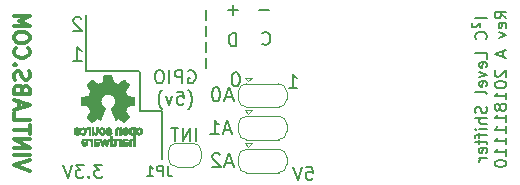
<source format=gbr>
G04 #@! TF.GenerationSoftware,KiCad,Pcbnew,5.0.0*
G04 #@! TF.CreationDate,2018-11-11T13:40:21-05:00*
G04 #@! TF.ProjectId,Pi-I2C-Level-Shifter,50692D4932432D4C6576656C2D536869,rev?*
G04 #@! TF.SameCoordinates,Original*
G04 #@! TF.FileFunction,Legend,Bot*
G04 #@! TF.FilePolarity,Positive*
%FSLAX46Y46*%
G04 Gerber Fmt 4.6, Leading zero omitted, Abs format (unit mm)*
G04 Created by KiCad (PCBNEW 5.0.0) date Sun Nov 11 13:40:21 2018*
%MOMM*%
%LPD*%
G01*
G04 APERTURE LIST*
%ADD10C,0.200000*%
%ADD11C,0.150000*%
%ADD12C,0.300000*%
%ADD13C,0.120000*%
%ADD14C,0.010000*%
G04 APERTURE END LIST*
D10*
X185559657Y-80152942D02*
X185502514Y-80095800D01*
X185388228Y-80038657D01*
X185102514Y-80038657D01*
X184988228Y-80095800D01*
X184931085Y-80152942D01*
X184873942Y-80267228D01*
X184873942Y-80381514D01*
X184931085Y-80552942D01*
X185616800Y-81238657D01*
X184873942Y-81238657D01*
X184899342Y-83727857D02*
X185585057Y-83727857D01*
X185242200Y-83727857D02*
X185242200Y-82527857D01*
X185356485Y-82699285D01*
X185470771Y-82813571D01*
X185585057Y-82870714D01*
D11*
X194622600Y-84579800D02*
X194727361Y-84527419D01*
X194884504Y-84527419D01*
X195041647Y-84579800D01*
X195146409Y-84684561D01*
X195198790Y-84789323D01*
X195251171Y-84998847D01*
X195251171Y-85155990D01*
X195198790Y-85365514D01*
X195146409Y-85470276D01*
X195041647Y-85575038D01*
X194884504Y-85627419D01*
X194779742Y-85627419D01*
X194622600Y-85575038D01*
X194570219Y-85522657D01*
X194570219Y-85155990D01*
X194779742Y-85155990D01*
X194098790Y-85627419D02*
X194098790Y-84527419D01*
X193679742Y-84527419D01*
X193574980Y-84579800D01*
X193522600Y-84632180D01*
X193470219Y-84736942D01*
X193470219Y-84894085D01*
X193522600Y-84998847D01*
X193574980Y-85051228D01*
X193679742Y-85103609D01*
X194098790Y-85103609D01*
X192998790Y-85627419D02*
X192998790Y-84527419D01*
X192265457Y-84527419D02*
X192055933Y-84527419D01*
X191951171Y-84579800D01*
X191846409Y-84684561D01*
X191794028Y-84894085D01*
X191794028Y-85260752D01*
X191846409Y-85470276D01*
X191951171Y-85575038D01*
X192055933Y-85627419D01*
X192265457Y-85627419D01*
X192370219Y-85575038D01*
X192474980Y-85470276D01*
X192527361Y-85260752D01*
X192527361Y-84894085D01*
X192474980Y-84684561D01*
X192370219Y-84579800D01*
X192265457Y-84527419D01*
X194622600Y-87846466D02*
X194674980Y-87794085D01*
X194779742Y-87636942D01*
X194832123Y-87532180D01*
X194884504Y-87375038D01*
X194936885Y-87113133D01*
X194936885Y-86903609D01*
X194884504Y-86641704D01*
X194832123Y-86484561D01*
X194779742Y-86379800D01*
X194674980Y-86222657D01*
X194622600Y-86170276D01*
X193679742Y-86327419D02*
X194203552Y-86327419D01*
X194255933Y-86851228D01*
X194203552Y-86798847D01*
X194098790Y-86746466D01*
X193836885Y-86746466D01*
X193732123Y-86798847D01*
X193679742Y-86851228D01*
X193627361Y-86955990D01*
X193627361Y-87217895D01*
X193679742Y-87322657D01*
X193732123Y-87375038D01*
X193836885Y-87427419D01*
X194098790Y-87427419D01*
X194203552Y-87375038D01*
X194255933Y-87322657D01*
X193260695Y-86694085D02*
X192998790Y-87427419D01*
X192736885Y-86694085D01*
X192422600Y-87846466D02*
X192370219Y-87794085D01*
X192265457Y-87636942D01*
X192213076Y-87532180D01*
X192160695Y-87375038D01*
X192108314Y-87113133D01*
X192108314Y-86903609D01*
X192160695Y-86641704D01*
X192213076Y-86484561D01*
X192265457Y-86379800D01*
X192370219Y-86222657D01*
X192422600Y-86170276D01*
X196115771Y-79402295D02*
X196115771Y-80240390D01*
X196115771Y-80764200D02*
X196115771Y-81602295D01*
X196115771Y-82126104D02*
X196115771Y-82964200D01*
X196115771Y-83488009D02*
X196115771Y-84326104D01*
X200878323Y-82282457D02*
X200930704Y-82334838D01*
X201087847Y-82387219D01*
X201192609Y-82387219D01*
X201349752Y-82334838D01*
X201454514Y-82230076D01*
X201506895Y-82125314D01*
X201559276Y-81915790D01*
X201559276Y-81758647D01*
X201506895Y-81549123D01*
X201454514Y-81444361D01*
X201349752Y-81339600D01*
X201192609Y-81287219D01*
X201087847Y-81287219D01*
X200930704Y-81339600D01*
X200878323Y-81391980D01*
X198687495Y-82488819D02*
X198687495Y-81388819D01*
X198425590Y-81388819D01*
X198268447Y-81441200D01*
X198163685Y-81545961D01*
X198111304Y-81650723D01*
X198058923Y-81860247D01*
X198058923Y-82017390D01*
X198111304Y-82226914D01*
X198163685Y-82331676D01*
X198268447Y-82436438D01*
X198425590Y-82488819D01*
X198687495Y-82488819D01*
X201460047Y-79402771D02*
X200621952Y-79402771D01*
X198793047Y-79428171D02*
X197954952Y-79428171D01*
X198374000Y-79847219D02*
X198374000Y-79009123D01*
D10*
X185928000Y-84582000D02*
X185928000Y-79883000D01*
X190474600Y-84582000D02*
X185928000Y-84582000D01*
X190500000Y-87884000D02*
X190500000Y-84709000D01*
X192405000Y-88011000D02*
X190500000Y-88011000D01*
X192405000Y-92075000D02*
X192405000Y-88011000D01*
D11*
X195305238Y-90540619D02*
X195305238Y-89440619D01*
X194781428Y-90540619D02*
X194781428Y-89440619D01*
X194152857Y-90540619D01*
X194152857Y-89440619D01*
X193786190Y-89440619D02*
X193157619Y-89440619D01*
X193471904Y-90540619D02*
X193471904Y-89440619D01*
D10*
X203111142Y-86013857D02*
X203796857Y-86013857D01*
X203454000Y-86013857D02*
X203454000Y-84813857D01*
X203568285Y-84985285D01*
X203682571Y-85099571D01*
X203796857Y-85156714D01*
X198685142Y-84686857D02*
X198570857Y-84686857D01*
X198456571Y-84744000D01*
X198399428Y-84801142D01*
X198342285Y-84915428D01*
X198285142Y-85144000D01*
X198285142Y-85429714D01*
X198342285Y-85658285D01*
X198399428Y-85772571D01*
X198456571Y-85829714D01*
X198570857Y-85886857D01*
X198685142Y-85886857D01*
X198799428Y-85829714D01*
X198856571Y-85772571D01*
X198913714Y-85658285D01*
X198970857Y-85429714D01*
X198970857Y-85144000D01*
X198913714Y-84915428D01*
X198856571Y-84801142D01*
X198799428Y-84744000D01*
X198685142Y-84686857D01*
X198342142Y-92402000D02*
X197770714Y-92402000D01*
X198456428Y-92744857D02*
X198056428Y-91544857D01*
X197656428Y-92744857D01*
X197313571Y-91659142D02*
X197256428Y-91602000D01*
X197142142Y-91544857D01*
X196856428Y-91544857D01*
X196742142Y-91602000D01*
X196685000Y-91659142D01*
X196627857Y-91773428D01*
X196627857Y-91887714D01*
X196685000Y-92059142D01*
X197370714Y-92744857D01*
X196627857Y-92744857D01*
X198215142Y-89608000D02*
X197643714Y-89608000D01*
X198329428Y-89950857D02*
X197929428Y-88750857D01*
X197529428Y-89950857D01*
X196500857Y-89950857D02*
X197186571Y-89950857D01*
X196843714Y-89950857D02*
X196843714Y-88750857D01*
X196958000Y-88922285D01*
X197072285Y-89036571D01*
X197186571Y-89093714D01*
X198342142Y-86814000D02*
X197770714Y-86814000D01*
X198456428Y-87156857D02*
X198056428Y-85956857D01*
X197656428Y-87156857D01*
X197027857Y-85956857D02*
X196913571Y-85956857D01*
X196799285Y-86014000D01*
X196742142Y-86071142D01*
X196685000Y-86185428D01*
X196627857Y-86414000D01*
X196627857Y-86699714D01*
X196685000Y-86928285D01*
X196742142Y-87042571D01*
X196799285Y-87099714D01*
X196913571Y-87156857D01*
X197027857Y-87156857D01*
X197142142Y-87099714D01*
X197199285Y-87042571D01*
X197256428Y-86928285D01*
X197313571Y-86699714D01*
X197313571Y-86414000D01*
X197256428Y-86185428D01*
X197199285Y-86071142D01*
X197142142Y-86014000D01*
X197027857Y-85956857D01*
D11*
X204603323Y-92691819D02*
X205127133Y-92691819D01*
X205179514Y-93215628D01*
X205127133Y-93163247D01*
X205022371Y-93110866D01*
X204760466Y-93110866D01*
X204655704Y-93163247D01*
X204603323Y-93215628D01*
X204550942Y-93320390D01*
X204550942Y-93582295D01*
X204603323Y-93687057D01*
X204655704Y-93739438D01*
X204760466Y-93791819D01*
X205022371Y-93791819D01*
X205127133Y-93739438D01*
X205179514Y-93687057D01*
X204236657Y-92691819D02*
X203869990Y-93791819D01*
X203503323Y-92691819D01*
D12*
X181178904Y-93014761D02*
X179878904Y-92581428D01*
X181178904Y-92148095D01*
X179878904Y-91714761D02*
X181178904Y-91714761D01*
X179878904Y-91095714D02*
X181178904Y-91095714D01*
X179878904Y-90352857D01*
X181178904Y-90352857D01*
X181178904Y-89919523D02*
X181178904Y-89176666D01*
X179878904Y-89548095D02*
X181178904Y-89548095D01*
X179878904Y-88124285D02*
X179878904Y-88743333D01*
X181178904Y-88743333D01*
X180250333Y-87752857D02*
X180250333Y-87133809D01*
X179878904Y-87876666D02*
X181178904Y-87443333D01*
X179878904Y-87010000D01*
X180559857Y-86143333D02*
X180497952Y-85957619D01*
X180436047Y-85895714D01*
X180312238Y-85833809D01*
X180126523Y-85833809D01*
X180002714Y-85895714D01*
X179940809Y-85957619D01*
X179878904Y-86081428D01*
X179878904Y-86576666D01*
X181178904Y-86576666D01*
X181178904Y-86143333D01*
X181117000Y-86019523D01*
X181055095Y-85957619D01*
X180931285Y-85895714D01*
X180807476Y-85895714D01*
X180683666Y-85957619D01*
X180621761Y-86019523D01*
X180559857Y-86143333D01*
X180559857Y-86576666D01*
X179940809Y-85338571D02*
X179878904Y-85152857D01*
X179878904Y-84843333D01*
X179940809Y-84719523D01*
X180002714Y-84657619D01*
X180126523Y-84595714D01*
X180250333Y-84595714D01*
X180374142Y-84657619D01*
X180436047Y-84719523D01*
X180497952Y-84843333D01*
X180559857Y-85090952D01*
X180621761Y-85214761D01*
X180683666Y-85276666D01*
X180807476Y-85338571D01*
X180931285Y-85338571D01*
X181055095Y-85276666D01*
X181117000Y-85214761D01*
X181178904Y-85090952D01*
X181178904Y-84781428D01*
X181117000Y-84595714D01*
X180002714Y-84038571D02*
X179940809Y-83976666D01*
X179878904Y-84038571D01*
X179940809Y-84100476D01*
X180002714Y-84038571D01*
X179878904Y-84038571D01*
X180002714Y-82676666D02*
X179940809Y-82738571D01*
X179878904Y-82924285D01*
X179878904Y-83048095D01*
X179940809Y-83233809D01*
X180064619Y-83357619D01*
X180188428Y-83419523D01*
X180436047Y-83481428D01*
X180621761Y-83481428D01*
X180869380Y-83419523D01*
X180993190Y-83357619D01*
X181117000Y-83233809D01*
X181178904Y-83048095D01*
X181178904Y-82924285D01*
X181117000Y-82738571D01*
X181055095Y-82676666D01*
X181178904Y-81871904D02*
X181178904Y-81624285D01*
X181117000Y-81500476D01*
X180993190Y-81376666D01*
X180745571Y-81314761D01*
X180312238Y-81314761D01*
X180064619Y-81376666D01*
X179940809Y-81500476D01*
X179878904Y-81624285D01*
X179878904Y-81871904D01*
X179940809Y-81995714D01*
X180064619Y-82119523D01*
X180312238Y-82181428D01*
X180745571Y-82181428D01*
X180993190Y-82119523D01*
X181117000Y-81995714D01*
X181178904Y-81871904D01*
X179878904Y-80757619D02*
X181178904Y-80757619D01*
X180250333Y-80324285D01*
X181178904Y-79890952D01*
X179878904Y-79890952D01*
D11*
X219909380Y-80082190D02*
X218909380Y-80082190D01*
X218671285Y-80510761D02*
X218623666Y-80606000D01*
X218623666Y-80748857D01*
X218671285Y-80844095D01*
X218766523Y-80891714D01*
X218861761Y-80891714D01*
X218957000Y-80844095D01*
X219290333Y-80510761D01*
X219290333Y-80891714D01*
X219814142Y-81891714D02*
X219861761Y-81844095D01*
X219909380Y-81701238D01*
X219909380Y-81606000D01*
X219861761Y-81463142D01*
X219766523Y-81367904D01*
X219671285Y-81320285D01*
X219480809Y-81272666D01*
X219337952Y-81272666D01*
X219147476Y-81320285D01*
X219052238Y-81367904D01*
X218957000Y-81463142D01*
X218909380Y-81606000D01*
X218909380Y-81701238D01*
X218957000Y-81844095D01*
X219004619Y-81891714D01*
X219909380Y-83558380D02*
X219909380Y-83082190D01*
X218909380Y-83082190D01*
X219861761Y-84272666D02*
X219909380Y-84177428D01*
X219909380Y-83986952D01*
X219861761Y-83891714D01*
X219766523Y-83844095D01*
X219385571Y-83844095D01*
X219290333Y-83891714D01*
X219242714Y-83986952D01*
X219242714Y-84177428D01*
X219290333Y-84272666D01*
X219385571Y-84320285D01*
X219480809Y-84320285D01*
X219576047Y-83844095D01*
X219242714Y-84653619D02*
X219909380Y-84891714D01*
X219242714Y-85129809D01*
X219861761Y-85891714D02*
X219909380Y-85796476D01*
X219909380Y-85606000D01*
X219861761Y-85510761D01*
X219766523Y-85463142D01*
X219385571Y-85463142D01*
X219290333Y-85510761D01*
X219242714Y-85606000D01*
X219242714Y-85796476D01*
X219290333Y-85891714D01*
X219385571Y-85939333D01*
X219480809Y-85939333D01*
X219576047Y-85463142D01*
X219909380Y-86510761D02*
X219861761Y-86415523D01*
X219766523Y-86367904D01*
X218909380Y-86367904D01*
X219861761Y-87606000D02*
X219909380Y-87748857D01*
X219909380Y-87986952D01*
X219861761Y-88082190D01*
X219814142Y-88129809D01*
X219718904Y-88177428D01*
X219623666Y-88177428D01*
X219528428Y-88129809D01*
X219480809Y-88082190D01*
X219433190Y-87986952D01*
X219385571Y-87796476D01*
X219337952Y-87701238D01*
X219290333Y-87653619D01*
X219195095Y-87606000D01*
X219099857Y-87606000D01*
X219004619Y-87653619D01*
X218957000Y-87701238D01*
X218909380Y-87796476D01*
X218909380Y-88034571D01*
X218957000Y-88177428D01*
X219909380Y-88606000D02*
X218909380Y-88606000D01*
X219909380Y-89034571D02*
X219385571Y-89034571D01*
X219290333Y-88986952D01*
X219242714Y-88891714D01*
X219242714Y-88748857D01*
X219290333Y-88653619D01*
X219337952Y-88606000D01*
X219909380Y-89510761D02*
X219242714Y-89510761D01*
X218909380Y-89510761D02*
X218957000Y-89463142D01*
X219004619Y-89510761D01*
X218957000Y-89558380D01*
X218909380Y-89510761D01*
X219004619Y-89510761D01*
X219242714Y-89844095D02*
X219242714Y-90225047D01*
X219909380Y-89986952D02*
X219052238Y-89986952D01*
X218957000Y-90034571D01*
X218909380Y-90129809D01*
X218909380Y-90225047D01*
X219242714Y-90415523D02*
X219242714Y-90796476D01*
X218909380Y-90558380D02*
X219766523Y-90558380D01*
X219861761Y-90606000D01*
X219909380Y-90701238D01*
X219909380Y-90796476D01*
X219861761Y-91510761D02*
X219909380Y-91415523D01*
X219909380Y-91225047D01*
X219861761Y-91129809D01*
X219766523Y-91082190D01*
X219385571Y-91082190D01*
X219290333Y-91129809D01*
X219242714Y-91225047D01*
X219242714Y-91415523D01*
X219290333Y-91510761D01*
X219385571Y-91558380D01*
X219480809Y-91558380D01*
X219576047Y-91082190D01*
X219909380Y-91986952D02*
X219242714Y-91986952D01*
X219433190Y-91986952D02*
X219337952Y-92034571D01*
X219290333Y-92082190D01*
X219242714Y-92177428D01*
X219242714Y-92272666D01*
X221559380Y-80129809D02*
X221083190Y-79796476D01*
X221559380Y-79558380D02*
X220559380Y-79558380D01*
X220559380Y-79939333D01*
X220607000Y-80034571D01*
X220654619Y-80082190D01*
X220749857Y-80129809D01*
X220892714Y-80129809D01*
X220987952Y-80082190D01*
X221035571Y-80034571D01*
X221083190Y-79939333D01*
X221083190Y-79558380D01*
X221511761Y-80939333D02*
X221559380Y-80844095D01*
X221559380Y-80653619D01*
X221511761Y-80558380D01*
X221416523Y-80510761D01*
X221035571Y-80510761D01*
X220940333Y-80558380D01*
X220892714Y-80653619D01*
X220892714Y-80844095D01*
X220940333Y-80939333D01*
X221035571Y-80986952D01*
X221130809Y-80986952D01*
X221226047Y-80510761D01*
X220892714Y-81320285D02*
X221559380Y-81558380D01*
X220892714Y-81796476D01*
X221273666Y-82891714D02*
X221273666Y-83367904D01*
X221559380Y-82796476D02*
X220559380Y-83129809D01*
X221559380Y-83463142D01*
X220654619Y-84510761D02*
X220607000Y-84558380D01*
X220559380Y-84653619D01*
X220559380Y-84891714D01*
X220607000Y-84986952D01*
X220654619Y-85034571D01*
X220749857Y-85082190D01*
X220845095Y-85082190D01*
X220987952Y-85034571D01*
X221559380Y-84463142D01*
X221559380Y-85082190D01*
X220559380Y-85701238D02*
X220559380Y-85796476D01*
X220607000Y-85891714D01*
X220654619Y-85939333D01*
X220749857Y-85986952D01*
X220940333Y-86034571D01*
X221178428Y-86034571D01*
X221368904Y-85986952D01*
X221464142Y-85939333D01*
X221511761Y-85891714D01*
X221559380Y-85796476D01*
X221559380Y-85701238D01*
X221511761Y-85606000D01*
X221464142Y-85558380D01*
X221368904Y-85510761D01*
X221178428Y-85463142D01*
X220940333Y-85463142D01*
X220749857Y-85510761D01*
X220654619Y-85558380D01*
X220607000Y-85606000D01*
X220559380Y-85701238D01*
X221559380Y-86986952D02*
X221559380Y-86415523D01*
X221559380Y-86701238D02*
X220559380Y-86701238D01*
X220702238Y-86606000D01*
X220797476Y-86510761D01*
X220845095Y-86415523D01*
X220987952Y-87558380D02*
X220940333Y-87463142D01*
X220892714Y-87415523D01*
X220797476Y-87367904D01*
X220749857Y-87367904D01*
X220654619Y-87415523D01*
X220607000Y-87463142D01*
X220559380Y-87558380D01*
X220559380Y-87748857D01*
X220607000Y-87844095D01*
X220654619Y-87891714D01*
X220749857Y-87939333D01*
X220797476Y-87939333D01*
X220892714Y-87891714D01*
X220940333Y-87844095D01*
X220987952Y-87748857D01*
X220987952Y-87558380D01*
X221035571Y-87463142D01*
X221083190Y-87415523D01*
X221178428Y-87367904D01*
X221368904Y-87367904D01*
X221464142Y-87415523D01*
X221511761Y-87463142D01*
X221559380Y-87558380D01*
X221559380Y-87748857D01*
X221511761Y-87844095D01*
X221464142Y-87891714D01*
X221368904Y-87939333D01*
X221178428Y-87939333D01*
X221083190Y-87891714D01*
X221035571Y-87844095D01*
X220987952Y-87748857D01*
X221559380Y-88891714D02*
X221559380Y-88320285D01*
X221559380Y-88606000D02*
X220559380Y-88606000D01*
X220702238Y-88510761D01*
X220797476Y-88415523D01*
X220845095Y-88320285D01*
X221559380Y-89844095D02*
X221559380Y-89272666D01*
X221559380Y-89558380D02*
X220559380Y-89558380D01*
X220702238Y-89463142D01*
X220797476Y-89367904D01*
X220845095Y-89272666D01*
X221559380Y-90796476D02*
X221559380Y-90225047D01*
X221559380Y-90510761D02*
X220559380Y-90510761D01*
X220702238Y-90415523D01*
X220797476Y-90320285D01*
X220845095Y-90225047D01*
X221559380Y-91748857D02*
X221559380Y-91177428D01*
X221559380Y-91463142D02*
X220559380Y-91463142D01*
X220702238Y-91367904D01*
X220797476Y-91272666D01*
X220845095Y-91177428D01*
X220559380Y-92367904D02*
X220559380Y-92463142D01*
X220607000Y-92558380D01*
X220654619Y-92606000D01*
X220749857Y-92653619D01*
X220940333Y-92701238D01*
X221178428Y-92701238D01*
X221368904Y-92653619D01*
X221464142Y-92606000D01*
X221511761Y-92558380D01*
X221559380Y-92463142D01*
X221559380Y-92367904D01*
X221511761Y-92272666D01*
X221464142Y-92225047D01*
X221368904Y-92177428D01*
X221178428Y-92129809D01*
X220940333Y-92129809D01*
X220749857Y-92177428D01*
X220654619Y-92225047D01*
X220607000Y-92272666D01*
X220559380Y-92367904D01*
X187348609Y-92514019D02*
X186667657Y-92514019D01*
X187034323Y-92933066D01*
X186877180Y-92933066D01*
X186772419Y-92985447D01*
X186720038Y-93037828D01*
X186667657Y-93142590D01*
X186667657Y-93404495D01*
X186720038Y-93509257D01*
X186772419Y-93561638D01*
X186877180Y-93614019D01*
X187191466Y-93614019D01*
X187296228Y-93561638D01*
X187348609Y-93509257D01*
X186196228Y-93509257D02*
X186143847Y-93561638D01*
X186196228Y-93614019D01*
X186248609Y-93561638D01*
X186196228Y-93509257D01*
X186196228Y-93614019D01*
X185777180Y-92514019D02*
X185096228Y-92514019D01*
X185462895Y-92933066D01*
X185305752Y-92933066D01*
X185200990Y-92985447D01*
X185148609Y-93037828D01*
X185096228Y-93142590D01*
X185096228Y-93404495D01*
X185148609Y-93509257D01*
X185200990Y-93561638D01*
X185305752Y-93614019D01*
X185620038Y-93614019D01*
X185724800Y-93561638D01*
X185777180Y-93509257D01*
X184781942Y-92514019D02*
X184415276Y-93614019D01*
X184048609Y-92514019D01*
D13*
G04 #@! TO.C,JP1*
X193625000Y-92694000D02*
X195025000Y-92694000D01*
X195725000Y-91994000D02*
X195725000Y-91394000D01*
X195025000Y-90694000D02*
X193625000Y-90694000D01*
X192925000Y-91394000D02*
X192925000Y-91994000D01*
X192925000Y-91994000D02*
G75*
G03X193625000Y-92694000I700000J0D01*
G01*
X193625000Y-90694000D02*
G75*
G03X192925000Y-91394000I0J-700000D01*
G01*
X195725000Y-91394000D02*
G75*
G03X195025000Y-90694000I-700000J0D01*
G01*
X195025000Y-92694000D02*
G75*
G03X195725000Y-91994000I0J700000D01*
G01*
G04 #@! TO.C,JP4*
X199714000Y-85461729D02*
X200014000Y-85161729D01*
X199414000Y-85161729D02*
X200014000Y-85161729D01*
X199714000Y-85461729D02*
X199414000Y-85161729D01*
X198864000Y-86361729D02*
X198864000Y-86961729D01*
X202314000Y-85661729D02*
X199514000Y-85661729D01*
X202964000Y-86961729D02*
X202964000Y-86361729D01*
X199514000Y-87661729D02*
X202314000Y-87661729D01*
X202264000Y-87661729D02*
G75*
G03X202964000Y-86961729I0J700000D01*
G01*
X202964000Y-86361729D02*
G75*
G03X202264000Y-85661729I-700000J0D01*
G01*
X199564000Y-85661729D02*
G75*
G03X198864000Y-86361729I0J-700000D01*
G01*
X198864000Y-86961729D02*
G75*
G03X199564000Y-87661729I700000J0D01*
G01*
G04 #@! TO.C,JP3*
X198864000Y-89708000D02*
G75*
G03X199564000Y-90408000I700000J0D01*
G01*
X199564000Y-88408000D02*
G75*
G03X198864000Y-89108000I0J-700000D01*
G01*
X202964000Y-89108000D02*
G75*
G03X202264000Y-88408000I-700000J0D01*
G01*
X202264000Y-90408000D02*
G75*
G03X202964000Y-89708000I0J700000D01*
G01*
X199514000Y-90408000D02*
X202314000Y-90408000D01*
X202964000Y-89708000D02*
X202964000Y-89108000D01*
X202314000Y-88408000D02*
X199514000Y-88408000D01*
X198864000Y-89108000D02*
X198864000Y-89708000D01*
X199714000Y-88208000D02*
X199414000Y-87908000D01*
X199414000Y-87908000D02*
X200014000Y-87908000D01*
X199714000Y-88208000D02*
X200014000Y-87908000D01*
G04 #@! TO.C,JP2*
X199714000Y-91002000D02*
X200014000Y-90702000D01*
X199414000Y-90702000D02*
X200014000Y-90702000D01*
X199714000Y-91002000D02*
X199414000Y-90702000D01*
X198864000Y-91902000D02*
X198864000Y-92502000D01*
X202314000Y-91202000D02*
X199514000Y-91202000D01*
X202964000Y-92502000D02*
X202964000Y-91902000D01*
X199514000Y-93202000D02*
X202314000Y-93202000D01*
X202264000Y-93202000D02*
G75*
G03X202964000Y-92502000I0J700000D01*
G01*
X202964000Y-91902000D02*
G75*
G03X202264000Y-91202000I-700000J0D01*
G01*
X199564000Y-91202000D02*
G75*
G03X198864000Y-91902000I0J-700000D01*
G01*
X198864000Y-92502000D02*
G75*
G03X199564000Y-93202000I700000J0D01*
G01*
D14*
G04 #@! TO.C,REF\002A\002A*
G36*
X187430636Y-85199418D02*
X187373788Y-85500970D01*
X186954262Y-85673912D01*
X186702616Y-85502795D01*
X186632142Y-85455150D01*
X186568437Y-85412610D01*
X186514474Y-85377115D01*
X186473227Y-85350610D01*
X186447666Y-85335036D01*
X186440705Y-85331678D01*
X186428165Y-85340314D01*
X186401369Y-85364192D01*
X186363320Y-85400259D01*
X186317021Y-85445467D01*
X186265477Y-85496764D01*
X186211691Y-85551101D01*
X186158665Y-85605428D01*
X186109405Y-85656695D01*
X186066913Y-85701851D01*
X186034193Y-85737846D01*
X186014249Y-85761630D01*
X186009481Y-85769590D01*
X186016343Y-85784265D01*
X186035580Y-85816414D01*
X186065170Y-85862892D01*
X186103090Y-85920556D01*
X186147318Y-85986260D01*
X186172946Y-86023736D01*
X186219659Y-86092168D01*
X186261168Y-86153920D01*
X186295460Y-86205919D01*
X186320520Y-86245092D01*
X186334336Y-86268365D01*
X186336412Y-86273255D01*
X186331705Y-86287155D01*
X186318877Y-86319550D01*
X186299862Y-86365885D01*
X186276597Y-86421606D01*
X186251016Y-86482158D01*
X186225055Y-86542986D01*
X186200650Y-86599536D01*
X186179737Y-86647252D01*
X186164251Y-86681581D01*
X186156128Y-86697968D01*
X186155648Y-86698612D01*
X186142893Y-86701741D01*
X186108923Y-86708721D01*
X186057260Y-86718867D01*
X185991424Y-86731492D01*
X185914936Y-86745909D01*
X185870310Y-86754223D01*
X185788579Y-86769784D01*
X185714757Y-86784592D01*
X185652579Y-86797836D01*
X185605778Y-86808705D01*
X185578091Y-86816389D01*
X185572526Y-86818827D01*
X185567074Y-86835330D01*
X185562676Y-86872600D01*
X185559328Y-86926280D01*
X185557026Y-86992012D01*
X185555768Y-87065437D01*
X185555552Y-87142196D01*
X185556373Y-87217932D01*
X185558229Y-87288286D01*
X185561118Y-87348900D01*
X185565035Y-87395416D01*
X185569978Y-87423475D01*
X185572943Y-87429316D01*
X185590666Y-87436317D01*
X185628219Y-87446327D01*
X185680636Y-87458169D01*
X185742948Y-87470667D01*
X185764700Y-87474710D01*
X185869576Y-87493920D01*
X185952420Y-87509391D01*
X186015970Y-87521737D01*
X186062963Y-87531573D01*
X186096137Y-87539514D01*
X186118229Y-87546176D01*
X186131976Y-87552173D01*
X186140116Y-87558119D01*
X186141255Y-87559294D01*
X186152623Y-87578226D01*
X186169965Y-87615069D01*
X186191550Y-87665313D01*
X186215646Y-87724446D01*
X186240521Y-87787956D01*
X186264443Y-87851332D01*
X186285681Y-87910062D01*
X186302503Y-87959635D01*
X186313178Y-87995539D01*
X186315973Y-88013262D01*
X186315740Y-88013883D01*
X186306269Y-88028370D01*
X186284782Y-88060244D01*
X186253537Y-88106189D01*
X186214793Y-88162885D01*
X186170807Y-88227017D01*
X186158281Y-88245242D01*
X186113616Y-88311314D01*
X186074312Y-88371600D01*
X186042512Y-88422635D01*
X186020355Y-88460960D01*
X186009983Y-88483111D01*
X186009481Y-88485832D01*
X186018195Y-88500136D01*
X186042275Y-88528472D01*
X186078624Y-88567796D01*
X186124147Y-88615061D01*
X186175748Y-88667223D01*
X186230333Y-88721235D01*
X186284806Y-88774053D01*
X186336071Y-88822631D01*
X186381033Y-88863923D01*
X186416596Y-88894885D01*
X186439665Y-88912470D01*
X186446046Y-88915341D01*
X186460901Y-88908578D01*
X186491314Y-88890339D01*
X186532332Y-88863697D01*
X186563891Y-88842252D01*
X186621075Y-88802903D01*
X186688794Y-88756571D01*
X186756720Y-88710313D01*
X186793239Y-88685555D01*
X186916848Y-88601947D01*
X187020609Y-88658050D01*
X187067880Y-88682628D01*
X187108077Y-88701731D01*
X187135274Y-88712627D01*
X187142198Y-88714143D01*
X187150523Y-88702949D01*
X187166946Y-88671317D01*
X187190243Y-88622165D01*
X187219186Y-88558410D01*
X187252550Y-88482971D01*
X187289109Y-88398764D01*
X187327636Y-88308708D01*
X187366906Y-88215721D01*
X187405692Y-88122720D01*
X187442770Y-88032623D01*
X187476911Y-87948348D01*
X187506892Y-87872813D01*
X187531484Y-87808934D01*
X187549464Y-87759631D01*
X187559603Y-87727821D01*
X187561234Y-87716896D01*
X187548309Y-87702961D01*
X187520011Y-87680340D01*
X187482254Y-87653733D01*
X187479085Y-87651628D01*
X187381500Y-87573514D01*
X187302814Y-87482382D01*
X187243709Y-87381145D01*
X187204868Y-87272718D01*
X187186972Y-87160014D01*
X187190703Y-87045948D01*
X187216743Y-86933434D01*
X187265775Y-86825385D01*
X187280200Y-86801745D01*
X187355231Y-86706287D01*
X187443870Y-86629632D01*
X187543051Y-86572180D01*
X187649705Y-86534329D01*
X187760764Y-86516478D01*
X187873161Y-86519025D01*
X187983827Y-86542370D01*
X188089694Y-86586910D01*
X188187695Y-86653045D01*
X188218010Y-86679887D01*
X188295162Y-86763912D01*
X188351382Y-86852366D01*
X188389947Y-86951515D01*
X188411426Y-87049703D01*
X188416728Y-87160097D01*
X188399048Y-87271040D01*
X188360181Y-87378781D01*
X188301923Y-87479569D01*
X188226069Y-87569656D01*
X188134417Y-87645292D01*
X188122372Y-87653264D01*
X188084211Y-87679374D01*
X188055201Y-87701995D01*
X188041332Y-87716439D01*
X188041131Y-87716896D01*
X188044108Y-87732521D01*
X188055911Y-87767982D01*
X188075314Y-87820362D01*
X188101088Y-87886745D01*
X188132009Y-87964214D01*
X188166849Y-88049850D01*
X188204383Y-88140737D01*
X188243383Y-88233959D01*
X188282623Y-88326597D01*
X188320876Y-88415735D01*
X188356917Y-88498455D01*
X188389517Y-88571841D01*
X188417452Y-88632975D01*
X188439495Y-88678941D01*
X188454418Y-88706821D01*
X188460428Y-88714143D01*
X188478791Y-88708441D01*
X188513152Y-88693149D01*
X188557584Y-88670999D01*
X188582017Y-88658050D01*
X188685778Y-88601947D01*
X188809387Y-88685555D01*
X188872486Y-88728387D01*
X188941570Y-88775522D01*
X189006307Y-88819903D01*
X189038734Y-88842252D01*
X189084341Y-88872877D01*
X189122960Y-88897147D01*
X189149552Y-88911987D01*
X189158190Y-88915124D01*
X189170761Y-88906661D01*
X189198584Y-88883036D01*
X189238961Y-88846702D01*
X189289195Y-88800111D01*
X189346588Y-88745717D01*
X189382886Y-88710792D01*
X189446390Y-88648396D01*
X189501273Y-88592588D01*
X189545314Y-88545754D01*
X189576295Y-88510282D01*
X189591998Y-88488561D01*
X189593505Y-88484152D01*
X189586514Y-88467385D01*
X189567194Y-88433482D01*
X189537691Y-88385876D01*
X189500145Y-88327999D01*
X189456700Y-88263284D01*
X189444345Y-88245242D01*
X189399327Y-88179667D01*
X189358940Y-88120628D01*
X189325440Y-88071442D01*
X189301086Y-88035428D01*
X189288136Y-88015902D01*
X189286885Y-88013883D01*
X189288756Y-87998322D01*
X189298687Y-87964109D01*
X189314947Y-87915755D01*
X189335805Y-87857771D01*
X189359527Y-87794670D01*
X189384384Y-87730963D01*
X189408642Y-87671161D01*
X189430571Y-87619776D01*
X189448438Y-87581319D01*
X189460513Y-87560302D01*
X189461371Y-87559294D01*
X189468754Y-87553288D01*
X189481225Y-87547348D01*
X189501520Y-87540860D01*
X189532378Y-87533209D01*
X189576534Y-87523780D01*
X189636726Y-87511959D01*
X189715693Y-87497129D01*
X189816170Y-87478677D01*
X189837925Y-87474710D01*
X189902402Y-87462253D01*
X189958611Y-87450066D01*
X190001587Y-87439326D01*
X190026360Y-87431209D01*
X190029682Y-87429316D01*
X190035156Y-87412538D01*
X190039606Y-87375045D01*
X190043028Y-87321194D01*
X190045419Y-87255344D01*
X190046777Y-87181853D01*
X190047099Y-87105080D01*
X190046381Y-87029383D01*
X190044621Y-86959120D01*
X190041816Y-86898650D01*
X190037962Y-86852330D01*
X190033057Y-86824519D01*
X190030100Y-86818827D01*
X190013637Y-86813086D01*
X189976151Y-86803745D01*
X189921375Y-86791615D01*
X189853045Y-86777507D01*
X189774894Y-86762230D01*
X189732316Y-86754223D01*
X189651529Y-86739121D01*
X189579487Y-86725440D01*
X189519711Y-86713867D01*
X189475721Y-86705087D01*
X189451039Y-86699787D01*
X189446977Y-86698612D01*
X189440111Y-86685365D01*
X189425598Y-86653457D01*
X189405371Y-86607447D01*
X189381366Y-86551892D01*
X189355518Y-86491353D01*
X189329760Y-86430386D01*
X189306027Y-86373551D01*
X189286254Y-86325406D01*
X189272376Y-86290510D01*
X189266326Y-86273421D01*
X189266214Y-86272674D01*
X189273072Y-86259193D01*
X189292298Y-86228170D01*
X189321872Y-86182689D01*
X189359773Y-86125832D01*
X189403980Y-86060683D01*
X189429679Y-86023262D01*
X189476507Y-85954647D01*
X189518099Y-85892352D01*
X189552425Y-85839529D01*
X189577457Y-85799327D01*
X189591165Y-85774900D01*
X189593144Y-85769424D01*
X189584634Y-85756678D01*
X189561107Y-85729463D01*
X189525568Y-85690828D01*
X189481023Y-85643823D01*
X189430477Y-85591495D01*
X189376936Y-85536895D01*
X189323405Y-85483070D01*
X189272889Y-85433070D01*
X189228394Y-85389943D01*
X189192925Y-85356739D01*
X189169487Y-85336506D01*
X189161646Y-85331678D01*
X189148880Y-85338467D01*
X189118344Y-85357542D01*
X189073010Y-85386961D01*
X189015844Y-85424781D01*
X188949816Y-85469061D01*
X188900010Y-85502795D01*
X188648364Y-85673912D01*
X188438601Y-85587441D01*
X188228837Y-85500970D01*
X188171989Y-85199418D01*
X188115140Y-84897866D01*
X187487485Y-84897866D01*
X187430636Y-85199418D01*
X187430636Y-85199418D01*
G37*
X187430636Y-85199418D02*
X187373788Y-85500970D01*
X186954262Y-85673912D01*
X186702616Y-85502795D01*
X186632142Y-85455150D01*
X186568437Y-85412610D01*
X186514474Y-85377115D01*
X186473227Y-85350610D01*
X186447666Y-85335036D01*
X186440705Y-85331678D01*
X186428165Y-85340314D01*
X186401369Y-85364192D01*
X186363320Y-85400259D01*
X186317021Y-85445467D01*
X186265477Y-85496764D01*
X186211691Y-85551101D01*
X186158665Y-85605428D01*
X186109405Y-85656695D01*
X186066913Y-85701851D01*
X186034193Y-85737846D01*
X186014249Y-85761630D01*
X186009481Y-85769590D01*
X186016343Y-85784265D01*
X186035580Y-85816414D01*
X186065170Y-85862892D01*
X186103090Y-85920556D01*
X186147318Y-85986260D01*
X186172946Y-86023736D01*
X186219659Y-86092168D01*
X186261168Y-86153920D01*
X186295460Y-86205919D01*
X186320520Y-86245092D01*
X186334336Y-86268365D01*
X186336412Y-86273255D01*
X186331705Y-86287155D01*
X186318877Y-86319550D01*
X186299862Y-86365885D01*
X186276597Y-86421606D01*
X186251016Y-86482158D01*
X186225055Y-86542986D01*
X186200650Y-86599536D01*
X186179737Y-86647252D01*
X186164251Y-86681581D01*
X186156128Y-86697968D01*
X186155648Y-86698612D01*
X186142893Y-86701741D01*
X186108923Y-86708721D01*
X186057260Y-86718867D01*
X185991424Y-86731492D01*
X185914936Y-86745909D01*
X185870310Y-86754223D01*
X185788579Y-86769784D01*
X185714757Y-86784592D01*
X185652579Y-86797836D01*
X185605778Y-86808705D01*
X185578091Y-86816389D01*
X185572526Y-86818827D01*
X185567074Y-86835330D01*
X185562676Y-86872600D01*
X185559328Y-86926280D01*
X185557026Y-86992012D01*
X185555768Y-87065437D01*
X185555552Y-87142196D01*
X185556373Y-87217932D01*
X185558229Y-87288286D01*
X185561118Y-87348900D01*
X185565035Y-87395416D01*
X185569978Y-87423475D01*
X185572943Y-87429316D01*
X185590666Y-87436317D01*
X185628219Y-87446327D01*
X185680636Y-87458169D01*
X185742948Y-87470667D01*
X185764700Y-87474710D01*
X185869576Y-87493920D01*
X185952420Y-87509391D01*
X186015970Y-87521737D01*
X186062963Y-87531573D01*
X186096137Y-87539514D01*
X186118229Y-87546176D01*
X186131976Y-87552173D01*
X186140116Y-87558119D01*
X186141255Y-87559294D01*
X186152623Y-87578226D01*
X186169965Y-87615069D01*
X186191550Y-87665313D01*
X186215646Y-87724446D01*
X186240521Y-87787956D01*
X186264443Y-87851332D01*
X186285681Y-87910062D01*
X186302503Y-87959635D01*
X186313178Y-87995539D01*
X186315973Y-88013262D01*
X186315740Y-88013883D01*
X186306269Y-88028370D01*
X186284782Y-88060244D01*
X186253537Y-88106189D01*
X186214793Y-88162885D01*
X186170807Y-88227017D01*
X186158281Y-88245242D01*
X186113616Y-88311314D01*
X186074312Y-88371600D01*
X186042512Y-88422635D01*
X186020355Y-88460960D01*
X186009983Y-88483111D01*
X186009481Y-88485832D01*
X186018195Y-88500136D01*
X186042275Y-88528472D01*
X186078624Y-88567796D01*
X186124147Y-88615061D01*
X186175748Y-88667223D01*
X186230333Y-88721235D01*
X186284806Y-88774053D01*
X186336071Y-88822631D01*
X186381033Y-88863923D01*
X186416596Y-88894885D01*
X186439665Y-88912470D01*
X186446046Y-88915341D01*
X186460901Y-88908578D01*
X186491314Y-88890339D01*
X186532332Y-88863697D01*
X186563891Y-88842252D01*
X186621075Y-88802903D01*
X186688794Y-88756571D01*
X186756720Y-88710313D01*
X186793239Y-88685555D01*
X186916848Y-88601947D01*
X187020609Y-88658050D01*
X187067880Y-88682628D01*
X187108077Y-88701731D01*
X187135274Y-88712627D01*
X187142198Y-88714143D01*
X187150523Y-88702949D01*
X187166946Y-88671317D01*
X187190243Y-88622165D01*
X187219186Y-88558410D01*
X187252550Y-88482971D01*
X187289109Y-88398764D01*
X187327636Y-88308708D01*
X187366906Y-88215721D01*
X187405692Y-88122720D01*
X187442770Y-88032623D01*
X187476911Y-87948348D01*
X187506892Y-87872813D01*
X187531484Y-87808934D01*
X187549464Y-87759631D01*
X187559603Y-87727821D01*
X187561234Y-87716896D01*
X187548309Y-87702961D01*
X187520011Y-87680340D01*
X187482254Y-87653733D01*
X187479085Y-87651628D01*
X187381500Y-87573514D01*
X187302814Y-87482382D01*
X187243709Y-87381145D01*
X187204868Y-87272718D01*
X187186972Y-87160014D01*
X187190703Y-87045948D01*
X187216743Y-86933434D01*
X187265775Y-86825385D01*
X187280200Y-86801745D01*
X187355231Y-86706287D01*
X187443870Y-86629632D01*
X187543051Y-86572180D01*
X187649705Y-86534329D01*
X187760764Y-86516478D01*
X187873161Y-86519025D01*
X187983827Y-86542370D01*
X188089694Y-86586910D01*
X188187695Y-86653045D01*
X188218010Y-86679887D01*
X188295162Y-86763912D01*
X188351382Y-86852366D01*
X188389947Y-86951515D01*
X188411426Y-87049703D01*
X188416728Y-87160097D01*
X188399048Y-87271040D01*
X188360181Y-87378781D01*
X188301923Y-87479569D01*
X188226069Y-87569656D01*
X188134417Y-87645292D01*
X188122372Y-87653264D01*
X188084211Y-87679374D01*
X188055201Y-87701995D01*
X188041332Y-87716439D01*
X188041131Y-87716896D01*
X188044108Y-87732521D01*
X188055911Y-87767982D01*
X188075314Y-87820362D01*
X188101088Y-87886745D01*
X188132009Y-87964214D01*
X188166849Y-88049850D01*
X188204383Y-88140737D01*
X188243383Y-88233959D01*
X188282623Y-88326597D01*
X188320876Y-88415735D01*
X188356917Y-88498455D01*
X188389517Y-88571841D01*
X188417452Y-88632975D01*
X188439495Y-88678941D01*
X188454418Y-88706821D01*
X188460428Y-88714143D01*
X188478791Y-88708441D01*
X188513152Y-88693149D01*
X188557584Y-88670999D01*
X188582017Y-88658050D01*
X188685778Y-88601947D01*
X188809387Y-88685555D01*
X188872486Y-88728387D01*
X188941570Y-88775522D01*
X189006307Y-88819903D01*
X189038734Y-88842252D01*
X189084341Y-88872877D01*
X189122960Y-88897147D01*
X189149552Y-88911987D01*
X189158190Y-88915124D01*
X189170761Y-88906661D01*
X189198584Y-88883036D01*
X189238961Y-88846702D01*
X189289195Y-88800111D01*
X189346588Y-88745717D01*
X189382886Y-88710792D01*
X189446390Y-88648396D01*
X189501273Y-88592588D01*
X189545314Y-88545754D01*
X189576295Y-88510282D01*
X189591998Y-88488561D01*
X189593505Y-88484152D01*
X189586514Y-88467385D01*
X189567194Y-88433482D01*
X189537691Y-88385876D01*
X189500145Y-88327999D01*
X189456700Y-88263284D01*
X189444345Y-88245242D01*
X189399327Y-88179667D01*
X189358940Y-88120628D01*
X189325440Y-88071442D01*
X189301086Y-88035428D01*
X189288136Y-88015902D01*
X189286885Y-88013883D01*
X189288756Y-87998322D01*
X189298687Y-87964109D01*
X189314947Y-87915755D01*
X189335805Y-87857771D01*
X189359527Y-87794670D01*
X189384384Y-87730963D01*
X189408642Y-87671161D01*
X189430571Y-87619776D01*
X189448438Y-87581319D01*
X189460513Y-87560302D01*
X189461371Y-87559294D01*
X189468754Y-87553288D01*
X189481225Y-87547348D01*
X189501520Y-87540860D01*
X189532378Y-87533209D01*
X189576534Y-87523780D01*
X189636726Y-87511959D01*
X189715693Y-87497129D01*
X189816170Y-87478677D01*
X189837925Y-87474710D01*
X189902402Y-87462253D01*
X189958611Y-87450066D01*
X190001587Y-87439326D01*
X190026360Y-87431209D01*
X190029682Y-87429316D01*
X190035156Y-87412538D01*
X190039606Y-87375045D01*
X190043028Y-87321194D01*
X190045419Y-87255344D01*
X190046777Y-87181853D01*
X190047099Y-87105080D01*
X190046381Y-87029383D01*
X190044621Y-86959120D01*
X190041816Y-86898650D01*
X190037962Y-86852330D01*
X190033057Y-86824519D01*
X190030100Y-86818827D01*
X190013637Y-86813086D01*
X189976151Y-86803745D01*
X189921375Y-86791615D01*
X189853045Y-86777507D01*
X189774894Y-86762230D01*
X189732316Y-86754223D01*
X189651529Y-86739121D01*
X189579487Y-86725440D01*
X189519711Y-86713867D01*
X189475721Y-86705087D01*
X189451039Y-86699787D01*
X189446977Y-86698612D01*
X189440111Y-86685365D01*
X189425598Y-86653457D01*
X189405371Y-86607447D01*
X189381366Y-86551892D01*
X189355518Y-86491353D01*
X189329760Y-86430386D01*
X189306027Y-86373551D01*
X189286254Y-86325406D01*
X189272376Y-86290510D01*
X189266326Y-86273421D01*
X189266214Y-86272674D01*
X189273072Y-86259193D01*
X189292298Y-86228170D01*
X189321872Y-86182689D01*
X189359773Y-86125832D01*
X189403980Y-86060683D01*
X189429679Y-86023262D01*
X189476507Y-85954647D01*
X189518099Y-85892352D01*
X189552425Y-85839529D01*
X189577457Y-85799327D01*
X189591165Y-85774900D01*
X189593144Y-85769424D01*
X189584634Y-85756678D01*
X189561107Y-85729463D01*
X189525568Y-85690828D01*
X189481023Y-85643823D01*
X189430477Y-85591495D01*
X189376936Y-85536895D01*
X189323405Y-85483070D01*
X189272889Y-85433070D01*
X189228394Y-85389943D01*
X189192925Y-85356739D01*
X189169487Y-85336506D01*
X189161646Y-85331678D01*
X189148880Y-85338467D01*
X189118344Y-85357542D01*
X189073010Y-85386961D01*
X189015844Y-85424781D01*
X188949816Y-85469061D01*
X188900010Y-85502795D01*
X188648364Y-85673912D01*
X188438601Y-85587441D01*
X188228837Y-85500970D01*
X188171989Y-85199418D01*
X188115140Y-84897866D01*
X187487485Y-84897866D01*
X187430636Y-85199418D01*
G36*
X186008140Y-89367430D02*
X185964889Y-89380645D01*
X185937042Y-89397341D01*
X185927971Y-89410545D01*
X185930468Y-89426197D01*
X185946669Y-89450785D01*
X185960368Y-89468200D01*
X185988608Y-89499683D01*
X186009825Y-89512929D01*
X186027912Y-89512064D01*
X186081565Y-89498410D01*
X186120970Y-89499030D01*
X186152968Y-89514504D01*
X186163710Y-89523561D01*
X186198095Y-89555427D01*
X186198095Y-89971579D01*
X186336412Y-89971579D01*
X186336412Y-89368014D01*
X186267253Y-89368014D01*
X186225731Y-89369656D01*
X186204309Y-89375487D01*
X186198098Y-89386861D01*
X186198095Y-89387198D01*
X186195161Y-89399113D01*
X186181896Y-89397559D01*
X186163516Y-89388963D01*
X186125554Y-89372968D01*
X186094728Y-89363345D01*
X186055064Y-89360878D01*
X186008140Y-89367430D01*
X186008140Y-89367430D01*
G37*
X186008140Y-89367430D02*
X185964889Y-89380645D01*
X185937042Y-89397341D01*
X185927971Y-89410545D01*
X185930468Y-89426197D01*
X185946669Y-89450785D01*
X185960368Y-89468200D01*
X185988608Y-89499683D01*
X186009825Y-89512929D01*
X186027912Y-89512064D01*
X186081565Y-89498410D01*
X186120970Y-89499030D01*
X186152968Y-89514504D01*
X186163710Y-89523561D01*
X186198095Y-89555427D01*
X186198095Y-89971579D01*
X186336412Y-89971579D01*
X186336412Y-89368014D01*
X186267253Y-89368014D01*
X186225731Y-89369656D01*
X186204309Y-89375487D01*
X186198098Y-89386861D01*
X186198095Y-89387198D01*
X186195161Y-89399113D01*
X186181896Y-89397559D01*
X186163516Y-89388963D01*
X186125554Y-89372968D01*
X186094728Y-89363345D01*
X186055064Y-89360878D01*
X186008140Y-89367430D01*
G36*
X188561612Y-89378402D02*
X188530317Y-89393350D01*
X188500009Y-89414941D01*
X188476918Y-89439791D01*
X188460100Y-89471487D01*
X188448606Y-89513614D01*
X188441491Y-89569758D01*
X188437807Y-89643506D01*
X188436608Y-89738444D01*
X188436589Y-89748385D01*
X188436313Y-89971579D01*
X188574630Y-89971579D01*
X188574630Y-89765818D01*
X188574728Y-89689589D01*
X188575409Y-89634339D01*
X188577251Y-89595901D01*
X188580833Y-89570106D01*
X188586732Y-89552784D01*
X188595527Y-89539768D01*
X188607780Y-89526907D01*
X188650647Y-89499273D01*
X188697443Y-89494145D01*
X188742024Y-89511617D01*
X188757528Y-89524621D01*
X188768910Y-89536847D01*
X188777081Y-89549940D01*
X188782574Y-89568015D01*
X188785920Y-89595187D01*
X188787651Y-89635570D01*
X188788297Y-89693279D01*
X188788392Y-89763532D01*
X188788392Y-89971579D01*
X188926709Y-89971579D01*
X188926709Y-89368014D01*
X188857550Y-89368014D01*
X188816028Y-89369656D01*
X188794606Y-89375487D01*
X188788395Y-89386861D01*
X188788392Y-89387198D01*
X188785510Y-89398338D01*
X188772799Y-89397074D01*
X188747526Y-89384834D01*
X188690205Y-89366824D01*
X188624637Y-89364821D01*
X188561612Y-89378402D01*
X188561612Y-89378402D01*
G37*
X188561612Y-89378402D02*
X188530317Y-89393350D01*
X188500009Y-89414941D01*
X188476918Y-89439791D01*
X188460100Y-89471487D01*
X188448606Y-89513614D01*
X188441491Y-89569758D01*
X188437807Y-89643506D01*
X188436608Y-89738444D01*
X188436589Y-89748385D01*
X188436313Y-89971579D01*
X188574630Y-89971579D01*
X188574630Y-89765818D01*
X188574728Y-89689589D01*
X188575409Y-89634339D01*
X188577251Y-89595901D01*
X188580833Y-89570106D01*
X188586732Y-89552784D01*
X188595527Y-89539768D01*
X188607780Y-89526907D01*
X188650647Y-89499273D01*
X188697443Y-89494145D01*
X188742024Y-89511617D01*
X188757528Y-89524621D01*
X188768910Y-89536847D01*
X188777081Y-89549940D01*
X188782574Y-89568015D01*
X188785920Y-89595187D01*
X188787651Y-89635570D01*
X188788297Y-89693279D01*
X188788392Y-89763532D01*
X188788392Y-89971579D01*
X188926709Y-89971579D01*
X188926709Y-89368014D01*
X188857550Y-89368014D01*
X188816028Y-89369656D01*
X188794606Y-89375487D01*
X188788395Y-89386861D01*
X188788392Y-89387198D01*
X188785510Y-89398338D01*
X188772799Y-89397074D01*
X188747526Y-89384834D01*
X188690205Y-89366824D01*
X188624637Y-89364821D01*
X188561612Y-89378402D01*
G36*
X185129702Y-89365857D02*
X185097504Y-89373679D01*
X185035775Y-89402321D01*
X184982990Y-89446067D01*
X184946459Y-89498517D01*
X184941440Y-89510293D01*
X184934555Y-89541140D01*
X184929736Y-89586771D01*
X184928095Y-89632892D01*
X184928095Y-89720093D01*
X185110422Y-89720093D01*
X185185621Y-89720378D01*
X185238597Y-89722104D01*
X185272275Y-89726581D01*
X185289580Y-89735120D01*
X185293437Y-89749030D01*
X185286771Y-89769622D01*
X185274830Y-89793715D01*
X185241520Y-89833925D01*
X185195232Y-89853958D01*
X185138656Y-89853305D01*
X185074569Y-89831501D01*
X185019183Y-89804593D01*
X184973225Y-89840932D01*
X184927267Y-89877272D01*
X184970504Y-89917219D01*
X185028226Y-89954963D01*
X185099214Y-89977720D01*
X185175571Y-89984088D01*
X185249401Y-89972668D01*
X185261313Y-89968793D01*
X185326201Y-89934906D01*
X185374470Y-89884386D01*
X185407135Y-89815725D01*
X185425215Y-89727414D01*
X185425425Y-89725521D01*
X185427044Y-89629278D01*
X185420500Y-89594942D01*
X185292748Y-89594942D01*
X185281016Y-89600222D01*
X185249162Y-89604267D01*
X185202203Y-89606576D01*
X185172446Y-89606925D01*
X185116952Y-89606706D01*
X185082254Y-89605316D01*
X185063999Y-89601651D01*
X185057834Y-89594610D01*
X185059405Y-89583090D01*
X185060722Y-89578633D01*
X185083218Y-89536755D01*
X185118597Y-89503004D01*
X185149820Y-89488173D01*
X185191299Y-89489068D01*
X185233331Y-89507564D01*
X185268588Y-89538186D01*
X185289746Y-89575462D01*
X185292748Y-89594942D01*
X185420500Y-89594942D01*
X185410910Y-89544629D01*
X185378902Y-89473591D01*
X185332899Y-89418179D01*
X185274779Y-89380409D01*
X185206420Y-89362296D01*
X185129702Y-89365857D01*
X185129702Y-89365857D01*
G37*
X185129702Y-89365857D02*
X185097504Y-89373679D01*
X185035775Y-89402321D01*
X184982990Y-89446067D01*
X184946459Y-89498517D01*
X184941440Y-89510293D01*
X184934555Y-89541140D01*
X184929736Y-89586771D01*
X184928095Y-89632892D01*
X184928095Y-89720093D01*
X185110422Y-89720093D01*
X185185621Y-89720378D01*
X185238597Y-89722104D01*
X185272275Y-89726581D01*
X185289580Y-89735120D01*
X185293437Y-89749030D01*
X185286771Y-89769622D01*
X185274830Y-89793715D01*
X185241520Y-89833925D01*
X185195232Y-89853958D01*
X185138656Y-89853305D01*
X185074569Y-89831501D01*
X185019183Y-89804593D01*
X184973225Y-89840932D01*
X184927267Y-89877272D01*
X184970504Y-89917219D01*
X185028226Y-89954963D01*
X185099214Y-89977720D01*
X185175571Y-89984088D01*
X185249401Y-89972668D01*
X185261313Y-89968793D01*
X185326201Y-89934906D01*
X185374470Y-89884386D01*
X185407135Y-89815725D01*
X185425215Y-89727414D01*
X185425425Y-89725521D01*
X185427044Y-89629278D01*
X185420500Y-89594942D01*
X185292748Y-89594942D01*
X185281016Y-89600222D01*
X185249162Y-89604267D01*
X185202203Y-89606576D01*
X185172446Y-89606925D01*
X185116952Y-89606706D01*
X185082254Y-89605316D01*
X185063999Y-89601651D01*
X185057834Y-89594610D01*
X185059405Y-89583090D01*
X185060722Y-89578633D01*
X185083218Y-89536755D01*
X185118597Y-89503004D01*
X185149820Y-89488173D01*
X185191299Y-89489068D01*
X185233331Y-89507564D01*
X185268588Y-89538186D01*
X185289746Y-89575462D01*
X185292748Y-89594942D01*
X185420500Y-89594942D01*
X185410910Y-89544629D01*
X185378902Y-89473591D01*
X185332899Y-89418179D01*
X185274779Y-89380409D01*
X185206420Y-89362296D01*
X185129702Y-89365857D01*
G36*
X185590374Y-89373280D02*
X185517520Y-89404230D01*
X185494573Y-89419295D01*
X185465246Y-89442448D01*
X185446836Y-89460653D01*
X185443639Y-89466583D01*
X185452665Y-89479740D01*
X185475763Y-89502067D01*
X185494256Y-89517650D01*
X185544872Y-89558326D01*
X185584840Y-89524695D01*
X185615726Y-89502984D01*
X185645841Y-89495490D01*
X185680308Y-89497320D01*
X185735039Y-89510928D01*
X185772714Y-89539172D01*
X185795609Y-89584833D01*
X185806003Y-89650689D01*
X185806005Y-89650731D01*
X185805106Y-89724339D01*
X185791137Y-89778346D01*
X185763272Y-89815116D01*
X185744275Y-89827568D01*
X185693824Y-89843073D01*
X185639937Y-89843083D01*
X185593054Y-89828038D01*
X185581956Y-89820687D01*
X185554124Y-89801911D01*
X185532364Y-89798834D01*
X185508896Y-89812809D01*
X185482951Y-89837910D01*
X185441884Y-89880280D01*
X185487479Y-89917864D01*
X185557926Y-89960282D01*
X185637367Y-89981185D01*
X185720385Y-89979672D01*
X185774906Y-89965811D01*
X185838630Y-89931535D01*
X185889595Y-89877612D01*
X185912749Y-89839549D01*
X185931501Y-89784936D01*
X185940885Y-89715769D01*
X185940957Y-89640807D01*
X185931776Y-89568809D01*
X185913401Y-89508537D01*
X185910507Y-89502358D01*
X185867648Y-89441751D01*
X185809621Y-89397624D01*
X185741009Y-89370893D01*
X185666399Y-89362473D01*
X185590374Y-89373280D01*
X185590374Y-89373280D01*
G37*
X185590374Y-89373280D02*
X185517520Y-89404230D01*
X185494573Y-89419295D01*
X185465246Y-89442448D01*
X185446836Y-89460653D01*
X185443639Y-89466583D01*
X185452665Y-89479740D01*
X185475763Y-89502067D01*
X185494256Y-89517650D01*
X185544872Y-89558326D01*
X185584840Y-89524695D01*
X185615726Y-89502984D01*
X185645841Y-89495490D01*
X185680308Y-89497320D01*
X185735039Y-89510928D01*
X185772714Y-89539172D01*
X185795609Y-89584833D01*
X185806003Y-89650689D01*
X185806005Y-89650731D01*
X185805106Y-89724339D01*
X185791137Y-89778346D01*
X185763272Y-89815116D01*
X185744275Y-89827568D01*
X185693824Y-89843073D01*
X185639937Y-89843083D01*
X185593054Y-89828038D01*
X185581956Y-89820687D01*
X185554124Y-89801911D01*
X185532364Y-89798834D01*
X185508896Y-89812809D01*
X185482951Y-89837910D01*
X185441884Y-89880280D01*
X185487479Y-89917864D01*
X185557926Y-89960282D01*
X185637367Y-89981185D01*
X185720385Y-89979672D01*
X185774906Y-89965811D01*
X185838630Y-89931535D01*
X185889595Y-89877612D01*
X185912749Y-89839549D01*
X185931501Y-89784936D01*
X185940885Y-89715769D01*
X185940957Y-89640807D01*
X185931776Y-89568809D01*
X185913401Y-89508537D01*
X185910507Y-89502358D01*
X185867648Y-89441751D01*
X185809621Y-89397624D01*
X185741009Y-89370893D01*
X185666399Y-89362473D01*
X185590374Y-89373280D01*
G36*
X186814233Y-89563742D02*
X186813045Y-89655963D01*
X186808703Y-89726010D01*
X186800042Y-89776781D01*
X186785896Y-89811172D01*
X186765100Y-89832079D01*
X186736490Y-89842400D01*
X186701065Y-89845036D01*
X186663964Y-89842082D01*
X186635782Y-89831289D01*
X186615357Y-89809760D01*
X186601521Y-89774599D01*
X186593109Y-89722910D01*
X186588957Y-89651794D01*
X186587897Y-89563742D01*
X186587897Y-89368014D01*
X186449580Y-89368014D01*
X186449580Y-89971579D01*
X186518738Y-89971579D01*
X186560430Y-89969889D01*
X186581899Y-89963956D01*
X186587897Y-89952693D01*
X186591509Y-89942661D01*
X186605886Y-89944783D01*
X186634864Y-89958980D01*
X186701281Y-89980880D01*
X186771725Y-89979328D01*
X186839223Y-89955547D01*
X186871367Y-89936762D01*
X186895885Y-89916422D01*
X186913796Y-89890973D01*
X186926121Y-89856858D01*
X186933877Y-89810521D01*
X186938084Y-89748407D01*
X186939760Y-89666961D01*
X186939976Y-89603978D01*
X186939976Y-89368014D01*
X186814233Y-89368014D01*
X186814233Y-89563742D01*
X186814233Y-89563742D01*
G37*
X186814233Y-89563742D02*
X186813045Y-89655963D01*
X186808703Y-89726010D01*
X186800042Y-89776781D01*
X186785896Y-89811172D01*
X186765100Y-89832079D01*
X186736490Y-89842400D01*
X186701065Y-89845036D01*
X186663964Y-89842082D01*
X186635782Y-89831289D01*
X186615357Y-89809760D01*
X186601521Y-89774599D01*
X186593109Y-89722910D01*
X186588957Y-89651794D01*
X186587897Y-89563742D01*
X186587897Y-89368014D01*
X186449580Y-89368014D01*
X186449580Y-89971579D01*
X186518738Y-89971579D01*
X186560430Y-89969889D01*
X186581899Y-89963956D01*
X186587897Y-89952693D01*
X186591509Y-89942661D01*
X186605886Y-89944783D01*
X186634864Y-89958980D01*
X186701281Y-89980880D01*
X186771725Y-89979328D01*
X186839223Y-89955547D01*
X186871367Y-89936762D01*
X186895885Y-89916422D01*
X186913796Y-89890973D01*
X186926121Y-89856858D01*
X186933877Y-89810521D01*
X186938084Y-89748407D01*
X186939760Y-89666961D01*
X186939976Y-89603978D01*
X186939976Y-89368014D01*
X186814233Y-89368014D01*
X186814233Y-89563742D01*
G36*
X187196838Y-89375455D02*
X187133237Y-89410092D01*
X187083477Y-89464772D01*
X187060032Y-89509242D01*
X187049966Y-89548521D01*
X187043444Y-89604516D01*
X187040649Y-89669021D01*
X187041764Y-89733829D01*
X187046974Y-89790734D01*
X187053059Y-89821127D01*
X187073586Y-89862706D01*
X187109137Y-89906868D01*
X187151981Y-89945487D01*
X187194389Y-89970434D01*
X187195423Y-89970830D01*
X187248047Y-89981731D01*
X187310412Y-89982001D01*
X187369676Y-89972076D01*
X187392560Y-89964122D01*
X187451498Y-89930700D01*
X187493710Y-89886911D01*
X187521444Y-89828938D01*
X187536949Y-89752965D01*
X187540457Y-89713171D01*
X187540010Y-89663166D01*
X187405224Y-89663166D01*
X187400683Y-89736132D01*
X187387614Y-89791734D01*
X187366844Y-89827261D01*
X187352048Y-89837420D01*
X187314136Y-89844504D01*
X187269073Y-89842407D01*
X187230113Y-89832212D01*
X187219896Y-89826604D01*
X187192941Y-89793938D01*
X187175149Y-89743945D01*
X187167576Y-89683105D01*
X187171275Y-89617897D01*
X187179543Y-89578653D01*
X187203280Y-89533205D01*
X187240751Y-89504796D01*
X187285880Y-89494973D01*
X187332589Y-89505287D01*
X187368468Y-89530512D01*
X187387323Y-89551325D01*
X187398328Y-89571839D01*
X187403574Y-89599603D01*
X187405151Y-89642162D01*
X187405224Y-89663166D01*
X187540010Y-89663166D01*
X187539506Y-89606980D01*
X187522212Y-89519901D01*
X187488571Y-89451930D01*
X187438582Y-89403064D01*
X187372244Y-89373299D01*
X187357999Y-89369848D01*
X187272390Y-89361745D01*
X187196838Y-89375455D01*
X187196838Y-89375455D01*
G37*
X187196838Y-89375455D02*
X187133237Y-89410092D01*
X187083477Y-89464772D01*
X187060032Y-89509242D01*
X187049966Y-89548521D01*
X187043444Y-89604516D01*
X187040649Y-89669021D01*
X187041764Y-89733829D01*
X187046974Y-89790734D01*
X187053059Y-89821127D01*
X187073586Y-89862706D01*
X187109137Y-89906868D01*
X187151981Y-89945487D01*
X187194389Y-89970434D01*
X187195423Y-89970830D01*
X187248047Y-89981731D01*
X187310412Y-89982001D01*
X187369676Y-89972076D01*
X187392560Y-89964122D01*
X187451498Y-89930700D01*
X187493710Y-89886911D01*
X187521444Y-89828938D01*
X187536949Y-89752965D01*
X187540457Y-89713171D01*
X187540010Y-89663166D01*
X187405224Y-89663166D01*
X187400683Y-89736132D01*
X187387614Y-89791734D01*
X187366844Y-89827261D01*
X187352048Y-89837420D01*
X187314136Y-89844504D01*
X187269073Y-89842407D01*
X187230113Y-89832212D01*
X187219896Y-89826604D01*
X187192941Y-89793938D01*
X187175149Y-89743945D01*
X187167576Y-89683105D01*
X187171275Y-89617897D01*
X187179543Y-89578653D01*
X187203280Y-89533205D01*
X187240751Y-89504796D01*
X187285880Y-89494973D01*
X187332589Y-89505287D01*
X187368468Y-89530512D01*
X187387323Y-89551325D01*
X187398328Y-89571839D01*
X187403574Y-89599603D01*
X187405151Y-89642162D01*
X187405224Y-89663166D01*
X187540010Y-89663166D01*
X187539506Y-89606980D01*
X187522212Y-89519901D01*
X187488571Y-89451930D01*
X187438582Y-89403064D01*
X187372244Y-89373299D01*
X187357999Y-89369848D01*
X187272390Y-89361745D01*
X187196838Y-89375455D01*
G36*
X187793583Y-89365852D02*
X187745966Y-89374882D01*
X187696566Y-89393770D01*
X187691288Y-89396177D01*
X187653826Y-89415876D01*
X187627883Y-89434181D01*
X187619497Y-89445908D01*
X187627483Y-89465032D01*
X187646880Y-89493250D01*
X187655490Y-89503784D01*
X187690972Y-89545247D01*
X187736715Y-89518258D01*
X187780250Y-89500278D01*
X187830550Y-89490667D01*
X187878788Y-89490060D01*
X187916133Y-89499091D01*
X187925095Y-89504727D01*
X187942163Y-89530571D01*
X187944237Y-89560341D01*
X187931466Y-89583597D01*
X187923912Y-89588108D01*
X187901275Y-89593709D01*
X187861485Y-89600292D01*
X187812434Y-89606583D01*
X187803385Y-89607570D01*
X187724604Y-89621198D01*
X187667464Y-89644346D01*
X187629570Y-89679152D01*
X187608521Y-89727754D01*
X187601965Y-89787118D01*
X187611023Y-89854598D01*
X187640436Y-89907588D01*
X187690322Y-89946183D01*
X187760800Y-89970481D01*
X187839035Y-89980067D01*
X187902834Y-89979952D01*
X187954584Y-89971245D01*
X187989927Y-89959225D01*
X188034583Y-89938280D01*
X188075853Y-89913974D01*
X188090521Y-89903276D01*
X188128243Y-89872484D01*
X188082748Y-89826449D01*
X188037253Y-89780413D01*
X187985528Y-89814643D01*
X187933648Y-89840352D01*
X187878249Y-89853799D01*
X187824995Y-89855218D01*
X187779551Y-89844843D01*
X187747584Y-89822907D01*
X187737262Y-89804398D01*
X187738811Y-89774714D01*
X187764460Y-89752015D01*
X187814140Y-89736340D01*
X187868569Y-89729095D01*
X187952336Y-89715273D01*
X188014567Y-89689196D01*
X188056093Y-89650099D01*
X188077747Y-89597220D01*
X188080747Y-89534526D01*
X188065929Y-89469042D01*
X188032146Y-89419544D01*
X187979095Y-89385808D01*
X187906474Y-89367607D01*
X187852672Y-89364039D01*
X187793583Y-89365852D01*
X187793583Y-89365852D01*
G37*
X187793583Y-89365852D02*
X187745966Y-89374882D01*
X187696566Y-89393770D01*
X187691288Y-89396177D01*
X187653826Y-89415876D01*
X187627883Y-89434181D01*
X187619497Y-89445908D01*
X187627483Y-89465032D01*
X187646880Y-89493250D01*
X187655490Y-89503784D01*
X187690972Y-89545247D01*
X187736715Y-89518258D01*
X187780250Y-89500278D01*
X187830550Y-89490667D01*
X187878788Y-89490060D01*
X187916133Y-89499091D01*
X187925095Y-89504727D01*
X187942163Y-89530571D01*
X187944237Y-89560341D01*
X187931466Y-89583597D01*
X187923912Y-89588108D01*
X187901275Y-89593709D01*
X187861485Y-89600292D01*
X187812434Y-89606583D01*
X187803385Y-89607570D01*
X187724604Y-89621198D01*
X187667464Y-89644346D01*
X187629570Y-89679152D01*
X187608521Y-89727754D01*
X187601965Y-89787118D01*
X187611023Y-89854598D01*
X187640436Y-89907588D01*
X187690322Y-89946183D01*
X187760800Y-89970481D01*
X187839035Y-89980067D01*
X187902834Y-89979952D01*
X187954584Y-89971245D01*
X187989927Y-89959225D01*
X188034583Y-89938280D01*
X188075853Y-89913974D01*
X188090521Y-89903276D01*
X188128243Y-89872484D01*
X188082748Y-89826449D01*
X188037253Y-89780413D01*
X187985528Y-89814643D01*
X187933648Y-89840352D01*
X187878249Y-89853799D01*
X187824995Y-89855218D01*
X187779551Y-89844843D01*
X187747584Y-89822907D01*
X187737262Y-89804398D01*
X187738811Y-89774714D01*
X187764460Y-89752015D01*
X187814140Y-89736340D01*
X187868569Y-89729095D01*
X187952336Y-89715273D01*
X188014567Y-89689196D01*
X188056093Y-89650099D01*
X188077747Y-89597220D01*
X188080747Y-89534526D01*
X188065929Y-89469042D01*
X188032146Y-89419544D01*
X187979095Y-89385808D01*
X187906474Y-89367607D01*
X187852672Y-89364039D01*
X187793583Y-89365852D01*
G36*
X189164299Y-89382014D02*
X189151768Y-89387914D01*
X189108399Y-89419683D01*
X189067390Y-89466046D01*
X189036768Y-89517096D01*
X189028059Y-89540566D01*
X189020112Y-89582491D01*
X189015374Y-89633157D01*
X189014799Y-89654079D01*
X189014729Y-89720093D01*
X189394683Y-89720093D01*
X189386583Y-89754673D01*
X189366704Y-89795570D01*
X189331947Y-89830914D01*
X189290598Y-89853682D01*
X189264249Y-89858410D01*
X189228516Y-89852673D01*
X189185882Y-89838282D01*
X189171399Y-89831662D01*
X189117840Y-89804913D01*
X189072133Y-89839776D01*
X189045758Y-89863355D01*
X189031724Y-89882817D01*
X189031014Y-89888529D01*
X189043551Y-89902373D01*
X189071028Y-89923412D01*
X189095966Y-89939825D01*
X189163264Y-89969330D01*
X189238710Y-89982684D01*
X189313488Y-89979212D01*
X189373095Y-89961063D01*
X189434541Y-89922184D01*
X189478208Y-89870995D01*
X189505526Y-89804767D01*
X189517922Y-89720771D01*
X189519021Y-89682336D01*
X189514622Y-89594261D01*
X189514082Y-89591699D01*
X189388182Y-89591699D01*
X189384715Y-89599958D01*
X189370463Y-89604513D01*
X189341070Y-89606465D01*
X189292175Y-89606917D01*
X189273348Y-89606925D01*
X189216067Y-89606243D01*
X189179741Y-89603764D01*
X189160204Y-89598843D01*
X189153290Y-89590834D01*
X189153045Y-89588262D01*
X189160936Y-89567823D01*
X189180685Y-89539189D01*
X189189175Y-89529163D01*
X189220694Y-89500808D01*
X189253549Y-89489659D01*
X189271251Y-89488727D01*
X189319139Y-89500381D01*
X189359299Y-89531685D01*
X189384773Y-89577152D01*
X189385225Y-89578633D01*
X189388182Y-89591699D01*
X189514082Y-89591699D01*
X189499992Y-89524910D01*
X189473638Y-89469425D01*
X189441407Y-89430039D01*
X189381817Y-89387331D01*
X189311768Y-89364509D01*
X189237261Y-89362446D01*
X189164299Y-89382014D01*
X189164299Y-89382014D01*
G37*
X189164299Y-89382014D02*
X189151768Y-89387914D01*
X189108399Y-89419683D01*
X189067390Y-89466046D01*
X189036768Y-89517096D01*
X189028059Y-89540566D01*
X189020112Y-89582491D01*
X189015374Y-89633157D01*
X189014799Y-89654079D01*
X189014729Y-89720093D01*
X189394683Y-89720093D01*
X189386583Y-89754673D01*
X189366704Y-89795570D01*
X189331947Y-89830914D01*
X189290598Y-89853682D01*
X189264249Y-89858410D01*
X189228516Y-89852673D01*
X189185882Y-89838282D01*
X189171399Y-89831662D01*
X189117840Y-89804913D01*
X189072133Y-89839776D01*
X189045758Y-89863355D01*
X189031724Y-89882817D01*
X189031014Y-89888529D01*
X189043551Y-89902373D01*
X189071028Y-89923412D01*
X189095966Y-89939825D01*
X189163264Y-89969330D01*
X189238710Y-89982684D01*
X189313488Y-89979212D01*
X189373095Y-89961063D01*
X189434541Y-89922184D01*
X189478208Y-89870995D01*
X189505526Y-89804767D01*
X189517922Y-89720771D01*
X189519021Y-89682336D01*
X189514622Y-89594261D01*
X189514082Y-89591699D01*
X189388182Y-89591699D01*
X189384715Y-89599958D01*
X189370463Y-89604513D01*
X189341070Y-89606465D01*
X189292175Y-89606917D01*
X189273348Y-89606925D01*
X189216067Y-89606243D01*
X189179741Y-89603764D01*
X189160204Y-89598843D01*
X189153290Y-89590834D01*
X189153045Y-89588262D01*
X189160936Y-89567823D01*
X189180685Y-89539189D01*
X189189175Y-89529163D01*
X189220694Y-89500808D01*
X189253549Y-89489659D01*
X189271251Y-89488727D01*
X189319139Y-89500381D01*
X189359299Y-89531685D01*
X189384773Y-89577152D01*
X189385225Y-89578633D01*
X189388182Y-89591699D01*
X189514082Y-89591699D01*
X189499992Y-89524910D01*
X189473638Y-89469425D01*
X189441407Y-89430039D01*
X189381817Y-89387331D01*
X189311768Y-89364509D01*
X189237261Y-89362446D01*
X189164299Y-89382014D01*
G36*
X190345861Y-89374548D02*
X190280079Y-89403631D01*
X190230140Y-89452193D01*
X190195974Y-89520308D01*
X190177507Y-89608051D01*
X190176183Y-89621751D01*
X190175146Y-89718339D01*
X190188593Y-89803002D01*
X190215708Y-89871621D01*
X190230227Y-89893694D01*
X190280801Y-89940411D01*
X190345209Y-89970668D01*
X190417266Y-89983224D01*
X190490785Y-89976839D01*
X190546672Y-89957172D01*
X190594732Y-89924029D01*
X190634012Y-89880575D01*
X190634692Y-89879558D01*
X190650644Y-89852738D01*
X190661010Y-89825768D01*
X190667288Y-89791732D01*
X190670973Y-89743710D01*
X190672597Y-89704331D01*
X190673272Y-89668619D01*
X190547555Y-89668619D01*
X190546326Y-89704170D01*
X190541866Y-89751494D01*
X190533997Y-89781865D01*
X190519807Y-89803472D01*
X190506517Y-89816094D01*
X190459402Y-89842522D01*
X190410105Y-89846053D01*
X190364193Y-89827039D01*
X190341238Y-89805731D01*
X190324696Y-89784259D01*
X190315021Y-89763713D01*
X190310774Y-89736974D01*
X190310520Y-89696923D01*
X190311828Y-89660038D01*
X190314643Y-89607347D01*
X190319105Y-89573172D01*
X190327148Y-89550880D01*
X190340703Y-89533842D01*
X190351445Y-89524103D01*
X190396377Y-89498523D01*
X190444849Y-89497247D01*
X190485494Y-89512399D01*
X190520167Y-89544042D01*
X190540824Y-89596020D01*
X190547555Y-89668619D01*
X190673272Y-89668619D01*
X190674079Y-89626021D01*
X190671548Y-89567456D01*
X190663962Y-89523407D01*
X190650281Y-89488648D01*
X190629465Y-89457951D01*
X190621747Y-89448836D01*
X190573489Y-89403421D01*
X190521728Y-89376893D01*
X190458428Y-89365779D01*
X190427561Y-89364871D01*
X190345861Y-89374548D01*
X190345861Y-89374548D01*
G37*
X190345861Y-89374548D02*
X190280079Y-89403631D01*
X190230140Y-89452193D01*
X190195974Y-89520308D01*
X190177507Y-89608051D01*
X190176183Y-89621751D01*
X190175146Y-89718339D01*
X190188593Y-89803002D01*
X190215708Y-89871621D01*
X190230227Y-89893694D01*
X190280801Y-89940411D01*
X190345209Y-89970668D01*
X190417266Y-89983224D01*
X190490785Y-89976839D01*
X190546672Y-89957172D01*
X190594732Y-89924029D01*
X190634012Y-89880575D01*
X190634692Y-89879558D01*
X190650644Y-89852738D01*
X190661010Y-89825768D01*
X190667288Y-89791732D01*
X190670973Y-89743710D01*
X190672597Y-89704331D01*
X190673272Y-89668619D01*
X190547555Y-89668619D01*
X190546326Y-89704170D01*
X190541866Y-89751494D01*
X190533997Y-89781865D01*
X190519807Y-89803472D01*
X190506517Y-89816094D01*
X190459402Y-89842522D01*
X190410105Y-89846053D01*
X190364193Y-89827039D01*
X190341238Y-89805731D01*
X190324696Y-89784259D01*
X190315021Y-89763713D01*
X190310774Y-89736974D01*
X190310520Y-89696923D01*
X190311828Y-89660038D01*
X190314643Y-89607347D01*
X190319105Y-89573172D01*
X190327148Y-89550880D01*
X190340703Y-89533842D01*
X190351445Y-89524103D01*
X190396377Y-89498523D01*
X190444849Y-89497247D01*
X190485494Y-89512399D01*
X190520167Y-89544042D01*
X190540824Y-89596020D01*
X190547555Y-89668619D01*
X190673272Y-89668619D01*
X190674079Y-89626021D01*
X190671548Y-89567456D01*
X190663962Y-89523407D01*
X190650281Y-89488648D01*
X190629465Y-89457951D01*
X190621747Y-89448836D01*
X190573489Y-89403421D01*
X190521728Y-89376893D01*
X190458428Y-89365779D01*
X190427561Y-89364871D01*
X190345861Y-89374548D01*
G36*
X185775019Y-90314370D02*
X185714915Y-90329997D01*
X185664579Y-90362248D01*
X185640207Y-90386340D01*
X185600255Y-90443295D01*
X185577358Y-90509365D01*
X185569492Y-90590582D01*
X185569452Y-90597148D01*
X185569382Y-90663163D01*
X185949336Y-90663163D01*
X185941237Y-90697742D01*
X185926613Y-90729059D01*
X185901019Y-90761691D01*
X185895665Y-90766900D01*
X185849657Y-90795094D01*
X185797190Y-90799875D01*
X185736797Y-90781326D01*
X185726560Y-90776331D01*
X185695161Y-90761145D01*
X185674130Y-90752494D01*
X185670461Y-90751693D01*
X185657652Y-90759463D01*
X185633222Y-90778472D01*
X185620821Y-90788860D01*
X185595124Y-90812721D01*
X185586685Y-90828477D01*
X185592542Y-90842971D01*
X185595672Y-90846934D01*
X185616875Y-90864279D01*
X185651862Y-90885359D01*
X185676263Y-90897665D01*
X185745528Y-90919346D01*
X185822212Y-90926371D01*
X185894835Y-90918047D01*
X185915174Y-90912086D01*
X185978124Y-90878352D01*
X186024785Y-90826445D01*
X186055427Y-90755859D01*
X186070318Y-90666092D01*
X186071953Y-90619153D01*
X186067179Y-90550813D01*
X185946610Y-90550813D01*
X185934948Y-90555865D01*
X185903602Y-90559829D01*
X185858029Y-90562168D01*
X185827154Y-90562569D01*
X185771619Y-90562183D01*
X185736567Y-90560375D01*
X185717338Y-90556173D01*
X185709270Y-90548603D01*
X185707699Y-90537618D01*
X185718479Y-90503781D01*
X185745620Y-90470340D01*
X185781323Y-90444672D01*
X185817040Y-90434172D01*
X185865552Y-90443486D01*
X185907547Y-90470413D01*
X185936664Y-90509227D01*
X185946610Y-90550813D01*
X186067179Y-90550813D01*
X186065001Y-90519636D01*
X186043545Y-90440349D01*
X186007130Y-90380663D01*
X185955303Y-90339949D01*
X185887610Y-90317579D01*
X185850938Y-90313271D01*
X185775019Y-90314370D01*
X185775019Y-90314370D01*
G37*
X185775019Y-90314370D02*
X185714915Y-90329997D01*
X185664579Y-90362248D01*
X185640207Y-90386340D01*
X185600255Y-90443295D01*
X185577358Y-90509365D01*
X185569492Y-90590582D01*
X185569452Y-90597148D01*
X185569382Y-90663163D01*
X185949336Y-90663163D01*
X185941237Y-90697742D01*
X185926613Y-90729059D01*
X185901019Y-90761691D01*
X185895665Y-90766900D01*
X185849657Y-90795094D01*
X185797190Y-90799875D01*
X185736797Y-90781326D01*
X185726560Y-90776331D01*
X185695161Y-90761145D01*
X185674130Y-90752494D01*
X185670461Y-90751693D01*
X185657652Y-90759463D01*
X185633222Y-90778472D01*
X185620821Y-90788860D01*
X185595124Y-90812721D01*
X185586685Y-90828477D01*
X185592542Y-90842971D01*
X185595672Y-90846934D01*
X185616875Y-90864279D01*
X185651862Y-90885359D01*
X185676263Y-90897665D01*
X185745528Y-90919346D01*
X185822212Y-90926371D01*
X185894835Y-90918047D01*
X185915174Y-90912086D01*
X185978124Y-90878352D01*
X186024785Y-90826445D01*
X186055427Y-90755859D01*
X186070318Y-90666092D01*
X186071953Y-90619153D01*
X186067179Y-90550813D01*
X185946610Y-90550813D01*
X185934948Y-90555865D01*
X185903602Y-90559829D01*
X185858029Y-90562168D01*
X185827154Y-90562569D01*
X185771619Y-90562183D01*
X185736567Y-90560375D01*
X185717338Y-90556173D01*
X185709270Y-90548603D01*
X185707699Y-90537618D01*
X185718479Y-90503781D01*
X185745620Y-90470340D01*
X185781323Y-90444672D01*
X185817040Y-90434172D01*
X185865552Y-90443486D01*
X185907547Y-90470413D01*
X185936664Y-90509227D01*
X185946610Y-90550813D01*
X186067179Y-90550813D01*
X186065001Y-90519636D01*
X186043545Y-90440349D01*
X186007130Y-90380663D01*
X185955303Y-90339949D01*
X185887610Y-90317579D01*
X185850938Y-90313271D01*
X185775019Y-90314370D01*
G36*
X186172345Y-90310886D02*
X186124005Y-90320415D01*
X186096486Y-90334525D01*
X186067536Y-90357968D01*
X186108724Y-90409971D01*
X186134118Y-90441464D01*
X186151362Y-90456828D01*
X186168498Y-90459176D01*
X186193573Y-90451617D01*
X186205343Y-90447341D01*
X186253330Y-90441031D01*
X186297276Y-90454556D01*
X186329540Y-90485110D01*
X186334781Y-90494852D01*
X186340488Y-90520658D01*
X186344894Y-90568217D01*
X186347789Y-90634158D01*
X186348969Y-90715110D01*
X186348986Y-90726626D01*
X186348986Y-90927222D01*
X186487303Y-90927222D01*
X186487303Y-90311083D01*
X186418144Y-90311083D01*
X186378267Y-90312125D01*
X186357493Y-90316758D01*
X186349811Y-90327249D01*
X186348986Y-90337145D01*
X186348986Y-90363206D01*
X186315855Y-90337145D01*
X186277865Y-90319365D01*
X186226830Y-90310574D01*
X186172345Y-90310886D01*
X186172345Y-90310886D01*
G37*
X186172345Y-90310886D02*
X186124005Y-90320415D01*
X186096486Y-90334525D01*
X186067536Y-90357968D01*
X186108724Y-90409971D01*
X186134118Y-90441464D01*
X186151362Y-90456828D01*
X186168498Y-90459176D01*
X186193573Y-90451617D01*
X186205343Y-90447341D01*
X186253330Y-90441031D01*
X186297276Y-90454556D01*
X186329540Y-90485110D01*
X186334781Y-90494852D01*
X186340488Y-90520658D01*
X186344894Y-90568217D01*
X186347789Y-90634158D01*
X186348969Y-90715110D01*
X186348986Y-90726626D01*
X186348986Y-90927222D01*
X186487303Y-90927222D01*
X186487303Y-90311083D01*
X186418144Y-90311083D01*
X186378267Y-90312125D01*
X186357493Y-90316758D01*
X186349811Y-90327249D01*
X186348986Y-90337145D01*
X186348986Y-90363206D01*
X186315855Y-90337145D01*
X186277865Y-90319365D01*
X186226830Y-90310574D01*
X186172345Y-90310886D01*
G36*
X186769189Y-90314817D02*
X186716189Y-90327690D01*
X186700869Y-90334510D01*
X186671172Y-90352374D01*
X186648380Y-90372493D01*
X186631517Y-90398362D01*
X186619602Y-90433473D01*
X186611658Y-90481320D01*
X186606706Y-90545396D01*
X186603769Y-90629194D01*
X186602653Y-90685168D01*
X186598548Y-90927222D01*
X186668668Y-90927222D01*
X186711207Y-90925438D01*
X186733124Y-90919342D01*
X186738788Y-90909106D01*
X186741779Y-90898037D01*
X186755149Y-90900154D01*
X186773367Y-90909029D01*
X186818976Y-90922633D01*
X186877593Y-90926299D01*
X186939246Y-90920303D01*
X186993962Y-90904921D01*
X186998870Y-90902786D01*
X187048877Y-90867655D01*
X187081844Y-90818819D01*
X187097013Y-90761733D01*
X187095854Y-90741224D01*
X186972092Y-90741224D01*
X186961187Y-90768825D01*
X186928855Y-90788604D01*
X186876690Y-90799219D01*
X186848813Y-90800628D01*
X186802353Y-90797020D01*
X186771471Y-90782997D01*
X186763936Y-90776331D01*
X186743524Y-90740066D01*
X186738788Y-90707173D01*
X186738788Y-90663163D01*
X186800087Y-90663163D01*
X186871344Y-90666795D01*
X186921324Y-90678218D01*
X186952904Y-90698224D01*
X186959974Y-90707143D01*
X186972092Y-90741224D01*
X187095854Y-90741224D01*
X187093629Y-90701856D01*
X187070937Y-90644644D01*
X187039976Y-90605980D01*
X187021224Y-90589264D01*
X187002867Y-90578278D01*
X186978981Y-90571580D01*
X186943643Y-90567726D01*
X186890931Y-90565273D01*
X186870023Y-90564568D01*
X186738788Y-90560279D01*
X186738980Y-90520558D01*
X186744063Y-90478805D01*
X186762438Y-90453558D01*
X186799561Y-90437430D01*
X186800557Y-90437142D01*
X186853190Y-90430800D01*
X186904694Y-90439084D01*
X186942970Y-90459227D01*
X186958328Y-90469173D01*
X186974870Y-90467797D01*
X187000325Y-90453387D01*
X187015272Y-90443217D01*
X187044509Y-90421488D01*
X187062620Y-90405200D01*
X187065526Y-90400537D01*
X187053560Y-90376405D01*
X187018204Y-90347585D01*
X187002847Y-90337861D01*
X186958699Y-90321114D01*
X186899202Y-90311627D01*
X186833113Y-90309495D01*
X186769189Y-90314817D01*
X186769189Y-90314817D01*
G37*
X186769189Y-90314817D02*
X186716189Y-90327690D01*
X186700869Y-90334510D01*
X186671172Y-90352374D01*
X186648380Y-90372493D01*
X186631517Y-90398362D01*
X186619602Y-90433473D01*
X186611658Y-90481320D01*
X186606706Y-90545396D01*
X186603769Y-90629194D01*
X186602653Y-90685168D01*
X186598548Y-90927222D01*
X186668668Y-90927222D01*
X186711207Y-90925438D01*
X186733124Y-90919342D01*
X186738788Y-90909106D01*
X186741779Y-90898037D01*
X186755149Y-90900154D01*
X186773367Y-90909029D01*
X186818976Y-90922633D01*
X186877593Y-90926299D01*
X186939246Y-90920303D01*
X186993962Y-90904921D01*
X186998870Y-90902786D01*
X187048877Y-90867655D01*
X187081844Y-90818819D01*
X187097013Y-90761733D01*
X187095854Y-90741224D01*
X186972092Y-90741224D01*
X186961187Y-90768825D01*
X186928855Y-90788604D01*
X186876690Y-90799219D01*
X186848813Y-90800628D01*
X186802353Y-90797020D01*
X186771471Y-90782997D01*
X186763936Y-90776331D01*
X186743524Y-90740066D01*
X186738788Y-90707173D01*
X186738788Y-90663163D01*
X186800087Y-90663163D01*
X186871344Y-90666795D01*
X186921324Y-90678218D01*
X186952904Y-90698224D01*
X186959974Y-90707143D01*
X186972092Y-90741224D01*
X187095854Y-90741224D01*
X187093629Y-90701856D01*
X187070937Y-90644644D01*
X187039976Y-90605980D01*
X187021224Y-90589264D01*
X187002867Y-90578278D01*
X186978981Y-90571580D01*
X186943643Y-90567726D01*
X186890931Y-90565273D01*
X186870023Y-90564568D01*
X186738788Y-90560279D01*
X186738980Y-90520558D01*
X186744063Y-90478805D01*
X186762438Y-90453558D01*
X186799561Y-90437430D01*
X186800557Y-90437142D01*
X186853190Y-90430800D01*
X186904694Y-90439084D01*
X186942970Y-90459227D01*
X186958328Y-90469173D01*
X186974870Y-90467797D01*
X187000325Y-90453387D01*
X187015272Y-90443217D01*
X187044509Y-90421488D01*
X187062620Y-90405200D01*
X187065526Y-90400537D01*
X187053560Y-90376405D01*
X187018204Y-90347585D01*
X187002847Y-90337861D01*
X186958699Y-90321114D01*
X186899202Y-90311627D01*
X186833113Y-90309495D01*
X186769189Y-90314817D01*
G36*
X187526076Y-90313637D02*
X187476345Y-90317371D01*
X187346309Y-90707173D01*
X187325922Y-90638014D01*
X187313654Y-90595274D01*
X187297515Y-90537515D01*
X187280088Y-90474025D01*
X187270874Y-90439970D01*
X187236212Y-90311083D01*
X187093209Y-90311083D01*
X187135954Y-90446257D01*
X187157004Y-90512742D01*
X187182433Y-90592939D01*
X187208990Y-90676593D01*
X187232698Y-90751182D01*
X187286698Y-90920935D01*
X187345002Y-90924728D01*
X187403305Y-90928522D01*
X187434921Y-90824134D01*
X187454418Y-90759289D01*
X187475696Y-90687800D01*
X187494292Y-90624663D01*
X187495026Y-90622150D01*
X187508916Y-90579369D01*
X187521171Y-90550179D01*
X187529754Y-90539141D01*
X187531518Y-90540418D01*
X187537709Y-90557530D01*
X187549472Y-90594187D01*
X187565375Y-90645778D01*
X187583986Y-90707694D01*
X187594057Y-90741752D01*
X187648593Y-90927222D01*
X187764336Y-90927222D01*
X187856863Y-90634871D01*
X187882856Y-90552862D01*
X187906534Y-90478387D01*
X187926780Y-90414944D01*
X187942474Y-90366032D01*
X187952498Y-90335149D01*
X187955545Y-90326126D01*
X187953133Y-90316887D01*
X187934192Y-90312841D01*
X187894777Y-90313246D01*
X187888607Y-90313552D01*
X187815514Y-90317371D01*
X187767643Y-90493410D01*
X187750047Y-90557611D01*
X187734323Y-90614049D01*
X187721854Y-90657822D01*
X187714026Y-90684030D01*
X187712580Y-90688303D01*
X187706586Y-90683390D01*
X187694499Y-90657932D01*
X187677707Y-90615397D01*
X187657597Y-90559250D01*
X187640597Y-90508530D01*
X187575806Y-90309904D01*
X187526076Y-90313637D01*
X187526076Y-90313637D01*
G37*
X187526076Y-90313637D02*
X187476345Y-90317371D01*
X187346309Y-90707173D01*
X187325922Y-90638014D01*
X187313654Y-90595274D01*
X187297515Y-90537515D01*
X187280088Y-90474025D01*
X187270874Y-90439970D01*
X187236212Y-90311083D01*
X187093209Y-90311083D01*
X187135954Y-90446257D01*
X187157004Y-90512742D01*
X187182433Y-90592939D01*
X187208990Y-90676593D01*
X187232698Y-90751182D01*
X187286698Y-90920935D01*
X187345002Y-90924728D01*
X187403305Y-90928522D01*
X187434921Y-90824134D01*
X187454418Y-90759289D01*
X187475696Y-90687800D01*
X187494292Y-90624663D01*
X187495026Y-90622150D01*
X187508916Y-90579369D01*
X187521171Y-90550179D01*
X187529754Y-90539141D01*
X187531518Y-90540418D01*
X187537709Y-90557530D01*
X187549472Y-90594187D01*
X187565375Y-90645778D01*
X187583986Y-90707694D01*
X187594057Y-90741752D01*
X187648593Y-90927222D01*
X187764336Y-90927222D01*
X187856863Y-90634871D01*
X187882856Y-90552862D01*
X187906534Y-90478387D01*
X187926780Y-90414944D01*
X187942474Y-90366032D01*
X187952498Y-90335149D01*
X187955545Y-90326126D01*
X187953133Y-90316887D01*
X187934192Y-90312841D01*
X187894777Y-90313246D01*
X187888607Y-90313552D01*
X187815514Y-90317371D01*
X187767643Y-90493410D01*
X187750047Y-90557611D01*
X187734323Y-90614049D01*
X187721854Y-90657822D01*
X187714026Y-90684030D01*
X187712580Y-90688303D01*
X187706586Y-90683390D01*
X187694499Y-90657932D01*
X187677707Y-90615397D01*
X187657597Y-90559250D01*
X187640597Y-90508530D01*
X187575806Y-90309904D01*
X187526076Y-90313637D01*
G36*
X188008788Y-90927222D02*
X188077946Y-90927222D01*
X188118088Y-90926045D01*
X188138994Y-90921172D01*
X188146522Y-90910586D01*
X188147105Y-90903429D01*
X188148374Y-90889076D01*
X188156379Y-90886323D01*
X188177415Y-90895171D01*
X188193773Y-90903429D01*
X188256577Y-90922997D01*
X188324848Y-90924129D01*
X188380352Y-90909535D01*
X188432038Y-90874277D01*
X188471438Y-90822235D01*
X188493013Y-90760850D01*
X188493562Y-90757418D01*
X188496767Y-90719971D01*
X188498361Y-90666213D01*
X188498233Y-90625555D01*
X188360879Y-90625555D01*
X188357697Y-90679594D01*
X188350459Y-90724135D01*
X188340660Y-90749288D01*
X188303589Y-90783660D01*
X188259574Y-90795982D01*
X188214184Y-90786018D01*
X188175397Y-90756295D01*
X188160708Y-90736305D01*
X188152119Y-90712450D01*
X188148096Y-90677630D01*
X188147105Y-90625330D01*
X188148878Y-90573539D01*
X188153563Y-90528034D01*
X188160203Y-90497581D01*
X188161310Y-90494852D01*
X188188091Y-90462400D01*
X188227179Y-90444583D01*
X188270915Y-90441706D01*
X188311638Y-90454074D01*
X188341687Y-90481993D01*
X188344804Y-90487548D01*
X188354561Y-90521422D01*
X188359877Y-90570128D01*
X188360879Y-90625555D01*
X188498233Y-90625555D01*
X188498168Y-90604940D01*
X188497264Y-90571963D01*
X188491114Y-90490381D01*
X188478333Y-90429130D01*
X188457071Y-90383849D01*
X188425478Y-90350179D01*
X188394807Y-90330414D01*
X188351954Y-90316520D01*
X188298656Y-90311754D01*
X188244080Y-90315636D01*
X188197392Y-90327682D01*
X188172724Y-90342093D01*
X188147105Y-90365278D01*
X188147105Y-90072173D01*
X188008788Y-90072173D01*
X188008788Y-90927222D01*
X188008788Y-90927222D01*
G37*
X188008788Y-90927222D02*
X188077946Y-90927222D01*
X188118088Y-90926045D01*
X188138994Y-90921172D01*
X188146522Y-90910586D01*
X188147105Y-90903429D01*
X188148374Y-90889076D01*
X188156379Y-90886323D01*
X188177415Y-90895171D01*
X188193773Y-90903429D01*
X188256577Y-90922997D01*
X188324848Y-90924129D01*
X188380352Y-90909535D01*
X188432038Y-90874277D01*
X188471438Y-90822235D01*
X188493013Y-90760850D01*
X188493562Y-90757418D01*
X188496767Y-90719971D01*
X188498361Y-90666213D01*
X188498233Y-90625555D01*
X188360879Y-90625555D01*
X188357697Y-90679594D01*
X188350459Y-90724135D01*
X188340660Y-90749288D01*
X188303589Y-90783660D01*
X188259574Y-90795982D01*
X188214184Y-90786018D01*
X188175397Y-90756295D01*
X188160708Y-90736305D01*
X188152119Y-90712450D01*
X188148096Y-90677630D01*
X188147105Y-90625330D01*
X188148878Y-90573539D01*
X188153563Y-90528034D01*
X188160203Y-90497581D01*
X188161310Y-90494852D01*
X188188091Y-90462400D01*
X188227179Y-90444583D01*
X188270915Y-90441706D01*
X188311638Y-90454074D01*
X188341687Y-90481993D01*
X188344804Y-90487548D01*
X188354561Y-90521422D01*
X188359877Y-90570128D01*
X188360879Y-90625555D01*
X188498233Y-90625555D01*
X188498168Y-90604940D01*
X188497264Y-90571963D01*
X188491114Y-90490381D01*
X188478333Y-90429130D01*
X188457071Y-90383849D01*
X188425478Y-90350179D01*
X188394807Y-90330414D01*
X188351954Y-90316520D01*
X188298656Y-90311754D01*
X188244080Y-90315636D01*
X188197392Y-90327682D01*
X188172724Y-90342093D01*
X188147105Y-90365278D01*
X188147105Y-90072173D01*
X188008788Y-90072173D01*
X188008788Y-90927222D01*
G36*
X188800956Y-90312420D02*
X188782139Y-90318060D01*
X188776073Y-90330453D01*
X188775818Y-90336047D01*
X188774729Y-90351630D01*
X188767232Y-90354076D01*
X188746981Y-90343393D01*
X188734951Y-90336094D01*
X188697000Y-90320463D01*
X188651672Y-90312734D01*
X188604144Y-90312140D01*
X188559595Y-90317913D01*
X188523202Y-90329284D01*
X188500143Y-90345488D01*
X188495596Y-90365755D01*
X188497891Y-90371243D01*
X188514620Y-90394026D01*
X188540563Y-90422047D01*
X188545255Y-90426577D01*
X188569983Y-90447405D01*
X188591318Y-90454135D01*
X188621155Y-90449438D01*
X188633108Y-90446317D01*
X188670305Y-90438821D01*
X188696459Y-90442192D01*
X188718546Y-90454081D01*
X188738778Y-90470035D01*
X188753679Y-90490100D01*
X188764034Y-90518102D01*
X188770629Y-90557867D01*
X188774249Y-90613223D01*
X188775678Y-90687994D01*
X188775818Y-90733140D01*
X188775818Y-90927222D01*
X188901560Y-90927222D01*
X188901560Y-90311083D01*
X188838689Y-90311083D01*
X188800956Y-90312420D01*
X188800956Y-90312420D01*
G37*
X188800956Y-90312420D02*
X188782139Y-90318060D01*
X188776073Y-90330453D01*
X188775818Y-90336047D01*
X188774729Y-90351630D01*
X188767232Y-90354076D01*
X188746981Y-90343393D01*
X188734951Y-90336094D01*
X188697000Y-90320463D01*
X188651672Y-90312734D01*
X188604144Y-90312140D01*
X188559595Y-90317913D01*
X188523202Y-90329284D01*
X188500143Y-90345488D01*
X188495596Y-90365755D01*
X188497891Y-90371243D01*
X188514620Y-90394026D01*
X188540563Y-90422047D01*
X188545255Y-90426577D01*
X188569983Y-90447405D01*
X188591318Y-90454135D01*
X188621155Y-90449438D01*
X188633108Y-90446317D01*
X188670305Y-90438821D01*
X188696459Y-90442192D01*
X188718546Y-90454081D01*
X188738778Y-90470035D01*
X188753679Y-90490100D01*
X188764034Y-90518102D01*
X188770629Y-90557867D01*
X188774249Y-90613223D01*
X188775678Y-90687994D01*
X188775818Y-90733140D01*
X188775818Y-90927222D01*
X188901560Y-90927222D01*
X188901560Y-90311083D01*
X188838689Y-90311083D01*
X188800956Y-90312420D01*
G36*
X189191810Y-90315955D02*
X189132655Y-90331739D01*
X189087623Y-90360348D01*
X189055846Y-90397819D01*
X189045966Y-90413811D01*
X189038673Y-90430563D01*
X189033574Y-90451992D01*
X189030279Y-90482016D01*
X189028397Y-90524554D01*
X189027537Y-90583522D01*
X189027307Y-90662840D01*
X189027303Y-90683884D01*
X189027303Y-90927222D01*
X189087659Y-90927222D01*
X189126157Y-90924526D01*
X189154623Y-90917695D01*
X189161755Y-90913483D01*
X189181252Y-90906213D01*
X189201166Y-90913483D01*
X189233953Y-90922560D01*
X189281578Y-90926213D01*
X189334364Y-90924628D01*
X189382636Y-90917989D01*
X189410818Y-90909472D01*
X189465353Y-90874463D01*
X189499435Y-90825879D01*
X189514757Y-90761282D01*
X189514899Y-90759623D01*
X189513555Y-90730966D01*
X189391956Y-90730966D01*
X189381326Y-90763561D01*
X189364010Y-90781905D01*
X189329252Y-90795779D01*
X189283373Y-90801317D01*
X189236588Y-90798591D01*
X189199114Y-90787674D01*
X189188615Y-90780669D01*
X189170268Y-90748304D01*
X189165620Y-90711511D01*
X189165620Y-90663163D01*
X189235182Y-90663163D01*
X189301267Y-90668250D01*
X189351364Y-90682663D01*
X189382529Y-90705129D01*
X189391956Y-90730966D01*
X189513555Y-90730966D01*
X189511587Y-90689047D01*
X189488310Y-90633245D01*
X189444548Y-90591047D01*
X189438499Y-90587208D01*
X189412507Y-90574709D01*
X189380335Y-90567140D01*
X189335360Y-90563461D01*
X189281931Y-90562616D01*
X189165620Y-90562569D01*
X189165620Y-90513811D01*
X189170553Y-90475981D01*
X189183143Y-90450636D01*
X189184617Y-90449287D01*
X189212634Y-90438200D01*
X189254926Y-90433903D01*
X189301664Y-90436015D01*
X189343018Y-90444156D01*
X189367557Y-90456365D01*
X189380853Y-90466146D01*
X189394894Y-90468013D01*
X189414271Y-90460000D01*
X189443576Y-90440139D01*
X189487403Y-90406463D01*
X189491425Y-90403309D01*
X189489364Y-90391636D01*
X189472168Y-90372222D01*
X189446033Y-90350648D01*
X189417152Y-90332496D01*
X189408078Y-90328209D01*
X189374980Y-90319656D01*
X189326480Y-90313555D01*
X189272295Y-90311108D01*
X189269761Y-90311103D01*
X189191810Y-90315955D01*
X189191810Y-90315955D01*
G37*
X189191810Y-90315955D02*
X189132655Y-90331739D01*
X189087623Y-90360348D01*
X189055846Y-90397819D01*
X189045966Y-90413811D01*
X189038673Y-90430563D01*
X189033574Y-90451992D01*
X189030279Y-90482016D01*
X189028397Y-90524554D01*
X189027537Y-90583522D01*
X189027307Y-90662840D01*
X189027303Y-90683884D01*
X189027303Y-90927222D01*
X189087659Y-90927222D01*
X189126157Y-90924526D01*
X189154623Y-90917695D01*
X189161755Y-90913483D01*
X189181252Y-90906213D01*
X189201166Y-90913483D01*
X189233953Y-90922560D01*
X189281578Y-90926213D01*
X189334364Y-90924628D01*
X189382636Y-90917989D01*
X189410818Y-90909472D01*
X189465353Y-90874463D01*
X189499435Y-90825879D01*
X189514757Y-90761282D01*
X189514899Y-90759623D01*
X189513555Y-90730966D01*
X189391956Y-90730966D01*
X189381326Y-90763561D01*
X189364010Y-90781905D01*
X189329252Y-90795779D01*
X189283373Y-90801317D01*
X189236588Y-90798591D01*
X189199114Y-90787674D01*
X189188615Y-90780669D01*
X189170268Y-90748304D01*
X189165620Y-90711511D01*
X189165620Y-90663163D01*
X189235182Y-90663163D01*
X189301267Y-90668250D01*
X189351364Y-90682663D01*
X189382529Y-90705129D01*
X189391956Y-90730966D01*
X189513555Y-90730966D01*
X189511587Y-90689047D01*
X189488310Y-90633245D01*
X189444548Y-90591047D01*
X189438499Y-90587208D01*
X189412507Y-90574709D01*
X189380335Y-90567140D01*
X189335360Y-90563461D01*
X189281931Y-90562616D01*
X189165620Y-90562569D01*
X189165620Y-90513811D01*
X189170553Y-90475981D01*
X189183143Y-90450636D01*
X189184617Y-90449287D01*
X189212634Y-90438200D01*
X189254926Y-90433903D01*
X189301664Y-90436015D01*
X189343018Y-90444156D01*
X189367557Y-90456365D01*
X189380853Y-90466146D01*
X189394894Y-90468013D01*
X189414271Y-90460000D01*
X189443576Y-90440139D01*
X189487403Y-90406463D01*
X189491425Y-90403309D01*
X189489364Y-90391636D01*
X189472168Y-90372222D01*
X189446033Y-90350648D01*
X189417152Y-90332496D01*
X189408078Y-90328209D01*
X189374980Y-90319656D01*
X189326480Y-90313555D01*
X189272295Y-90311108D01*
X189269761Y-90311103D01*
X189191810Y-90315955D01*
G36*
X189716359Y-89378584D02*
X189689847Y-89391682D01*
X189657153Y-89414506D01*
X189633325Y-89439396D01*
X189617006Y-89470649D01*
X189606840Y-89512566D01*
X189601472Y-89569444D01*
X189599544Y-89645584D01*
X189599431Y-89678317D01*
X189599761Y-89750056D01*
X189601127Y-89801327D01*
X189604100Y-89836804D01*
X189609249Y-89861163D01*
X189617143Y-89879080D01*
X189625357Y-89891302D01*
X189677787Y-89943305D01*
X189739530Y-89974584D01*
X189806136Y-89983992D01*
X189873158Y-89970380D01*
X189894392Y-89960754D01*
X189945224Y-89934259D01*
X189945224Y-90349452D01*
X189908125Y-90330268D01*
X189859243Y-90315425D01*
X189799161Y-90311622D01*
X189739164Y-90318643D01*
X189693856Y-90334413D01*
X189656275Y-90364447D01*
X189624164Y-90407424D01*
X189621750Y-90411836D01*
X189611567Y-90432621D01*
X189604130Y-90453570D01*
X189599011Y-90478948D01*
X189595781Y-90513018D01*
X189594013Y-90560041D01*
X189593277Y-90624282D01*
X189593144Y-90696576D01*
X189593144Y-90927222D01*
X189731461Y-90927222D01*
X189731461Y-90501933D01*
X189770149Y-90469379D01*
X189810338Y-90443340D01*
X189848397Y-90438605D01*
X189886666Y-90450789D01*
X189907062Y-90462720D01*
X189922242Y-90479713D01*
X189933038Y-90505395D01*
X189940283Y-90543391D01*
X189944808Y-90597326D01*
X189947444Y-90670825D01*
X189948372Y-90719747D01*
X189951511Y-90920935D01*
X190017526Y-90924736D01*
X190083540Y-90928536D01*
X190083540Y-89680050D01*
X189945224Y-89680050D01*
X189941697Y-89749654D01*
X189929815Y-89797969D01*
X189907620Y-89828031D01*
X189873159Y-89842871D01*
X189838342Y-89845836D01*
X189798929Y-89842428D01*
X189772771Y-89829017D01*
X189756414Y-89811296D01*
X189743537Y-89792235D01*
X189735872Y-89771001D01*
X189732461Y-89741249D01*
X189732349Y-89696636D01*
X189733497Y-89659280D01*
X189736132Y-89603004D01*
X189740056Y-89566058D01*
X189746663Y-89542623D01*
X189757349Y-89526880D01*
X189767433Y-89517780D01*
X189809570Y-89497937D01*
X189859440Y-89494732D01*
X189888076Y-89501568D01*
X189916428Y-89525864D01*
X189935209Y-89573128D01*
X189944312Y-89643024D01*
X189945224Y-89680050D01*
X190083540Y-89680050D01*
X190083540Y-89368014D01*
X190014382Y-89368014D01*
X189972860Y-89369656D01*
X189951438Y-89375487D01*
X189945226Y-89386861D01*
X189945224Y-89387198D01*
X189942342Y-89398338D01*
X189929630Y-89397073D01*
X189904357Y-89384833D01*
X189845469Y-89366107D01*
X189779215Y-89364139D01*
X189716359Y-89378584D01*
X189716359Y-89378584D01*
G37*
X189716359Y-89378584D02*
X189689847Y-89391682D01*
X189657153Y-89414506D01*
X189633325Y-89439396D01*
X189617006Y-89470649D01*
X189606840Y-89512566D01*
X189601472Y-89569444D01*
X189599544Y-89645584D01*
X189599431Y-89678317D01*
X189599761Y-89750056D01*
X189601127Y-89801327D01*
X189604100Y-89836804D01*
X189609249Y-89861163D01*
X189617143Y-89879080D01*
X189625357Y-89891302D01*
X189677787Y-89943305D01*
X189739530Y-89974584D01*
X189806136Y-89983992D01*
X189873158Y-89970380D01*
X189894392Y-89960754D01*
X189945224Y-89934259D01*
X189945224Y-90349452D01*
X189908125Y-90330268D01*
X189859243Y-90315425D01*
X189799161Y-90311622D01*
X189739164Y-90318643D01*
X189693856Y-90334413D01*
X189656275Y-90364447D01*
X189624164Y-90407424D01*
X189621750Y-90411836D01*
X189611567Y-90432621D01*
X189604130Y-90453570D01*
X189599011Y-90478948D01*
X189595781Y-90513018D01*
X189594013Y-90560041D01*
X189593277Y-90624282D01*
X189593144Y-90696576D01*
X189593144Y-90927222D01*
X189731461Y-90927222D01*
X189731461Y-90501933D01*
X189770149Y-90469379D01*
X189810338Y-90443340D01*
X189848397Y-90438605D01*
X189886666Y-90450789D01*
X189907062Y-90462720D01*
X189922242Y-90479713D01*
X189933038Y-90505395D01*
X189940283Y-90543391D01*
X189944808Y-90597326D01*
X189947444Y-90670825D01*
X189948372Y-90719747D01*
X189951511Y-90920935D01*
X190017526Y-90924736D01*
X190083540Y-90928536D01*
X190083540Y-89680050D01*
X189945224Y-89680050D01*
X189941697Y-89749654D01*
X189929815Y-89797969D01*
X189907620Y-89828031D01*
X189873159Y-89842871D01*
X189838342Y-89845836D01*
X189798929Y-89842428D01*
X189772771Y-89829017D01*
X189756414Y-89811296D01*
X189743537Y-89792235D01*
X189735872Y-89771001D01*
X189732461Y-89741249D01*
X189732349Y-89696636D01*
X189733497Y-89659280D01*
X189736132Y-89603004D01*
X189740056Y-89566058D01*
X189746663Y-89542623D01*
X189757349Y-89526880D01*
X189767433Y-89517780D01*
X189809570Y-89497937D01*
X189859440Y-89494732D01*
X189888076Y-89501568D01*
X189916428Y-89525864D01*
X189935209Y-89573128D01*
X189944312Y-89643024D01*
X189945224Y-89680050D01*
X190083540Y-89680050D01*
X190083540Y-89368014D01*
X190014382Y-89368014D01*
X189972860Y-89369656D01*
X189951438Y-89375487D01*
X189945226Y-89386861D01*
X189945224Y-89387198D01*
X189942342Y-89398338D01*
X189929630Y-89397073D01*
X189904357Y-89384833D01*
X189845469Y-89366107D01*
X189779215Y-89364139D01*
X189716359Y-89378584D01*
G04 #@! TO.C,JP1*
D11*
X192901000Y-92598142D02*
X192901000Y-93241000D01*
X192943857Y-93369571D01*
X193029571Y-93455285D01*
X193158142Y-93498142D01*
X193243857Y-93498142D01*
X192472428Y-93498142D02*
X192472428Y-92598142D01*
X192129571Y-92598142D01*
X192043857Y-92641000D01*
X192001000Y-92683857D01*
X191958142Y-92769571D01*
X191958142Y-92898142D01*
X192001000Y-92983857D01*
X192043857Y-93026714D01*
X192129571Y-93069571D01*
X192472428Y-93069571D01*
X191101000Y-93498142D02*
X191615285Y-93498142D01*
X191358142Y-93498142D02*
X191358142Y-92598142D01*
X191443857Y-92726714D01*
X191529571Y-92812428D01*
X191615285Y-92855285D01*
G04 #@! TD*
M02*

</source>
